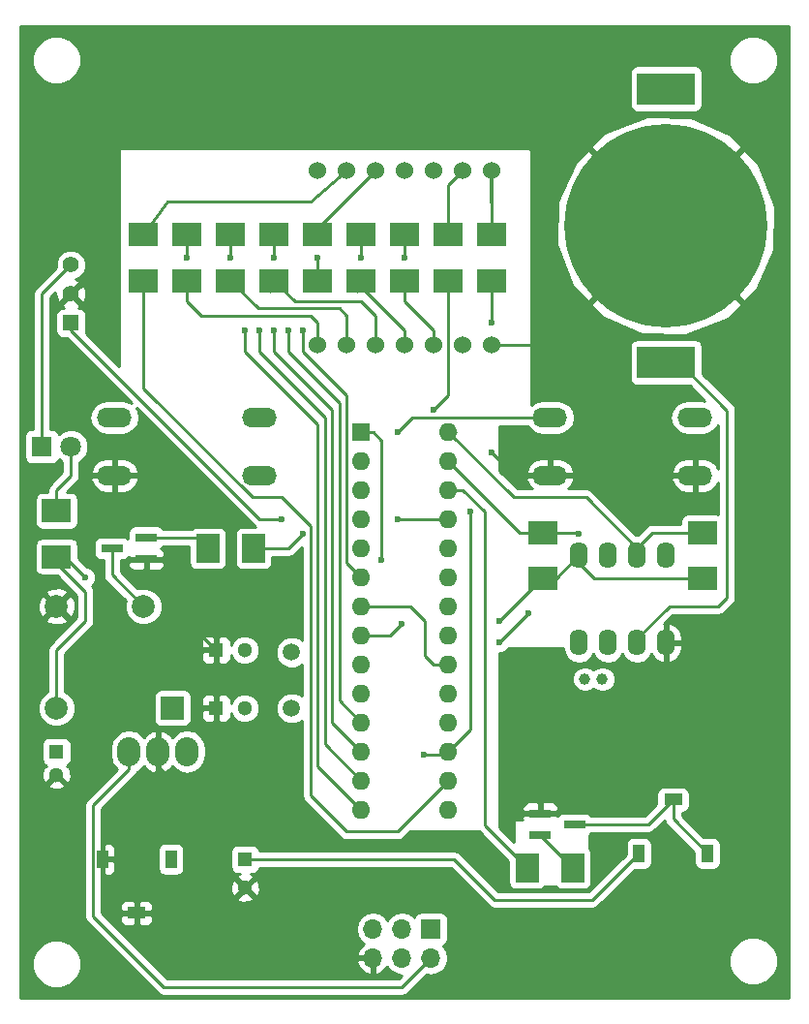
<source format=gbr>
G04 #@! TF.FileFunction,Copper,L2,Bot,Signal*
%FSLAX46Y46*%
G04 Gerber Fmt 4.6, Leading zero omitted, Abs format (unit mm)*
G04 Created by KiCad (PCBNEW 4.0.5) date Sat Feb  4 14:15:58 2017*
%MOMM*%
%LPD*%
G01*
G04 APERTURE LIST*
%ADD10C,0.100000*%
%ADD11O,3.048000X1.727200*%
%ADD12O,1.600000X2.300000*%
%ADD13C,1.300000*%
%ADD14R,1.300000X1.300000*%
%ADD15C,1.998980*%
%ADD16R,1.998980X1.998980*%
%ADD17R,1.900000X0.800000*%
%ADD18R,2.000000X2.500000*%
%ADD19R,2.500000X2.000000*%
%ADD20C,2.000000*%
%ADD21R,1.397000X1.397000*%
%ADD22C,1.397000*%
%ADD23O,2.032000X2.540000*%
%ADD24C,1.524000*%
%ADD25C,1.000760*%
%ADD26C,1.500000*%
%ADD27R,1.800000X1.800000*%
%ADD28C,1.800000*%
%ADD29R,1.600000X1.600000*%
%ADD30O,1.600000X1.600000*%
%ADD31R,1.700000X1.700000*%
%ADD32O,1.700000X1.700000*%
%ADD33R,1.000000X1.600000*%
%ADD34R,1.600000X1.000000*%
%ADD35R,5.080000X2.790000*%
%ADD36C,17.780000*%
%ADD37C,0.600000*%
%ADD38C,0.250000*%
%ADD39C,0.254000*%
G04 APERTURE END LIST*
D10*
D11*
X173990000Y-119380000D03*
X173990000Y-124460000D03*
X161290000Y-119380000D03*
X161290000Y-124460000D03*
D12*
X163830000Y-139065000D03*
X166370000Y-139065000D03*
X168910000Y-139065000D03*
X171450000Y-139065000D03*
X171450000Y-131445000D03*
X168910000Y-131445000D03*
X166370000Y-131445000D03*
X163830000Y-131445000D03*
D13*
X134620000Y-160488000D03*
D14*
X134620000Y-157988000D03*
X118110000Y-148590000D03*
D13*
X118110000Y-150590000D03*
D14*
X132080000Y-139700000D03*
D13*
X134580000Y-139700000D03*
D14*
X132080000Y-144780000D03*
D13*
X134580000Y-144780000D03*
D15*
X118110000Y-144782540D03*
D16*
X128270000Y-144782540D03*
D17*
X160425000Y-155890000D03*
X160425000Y-153990000D03*
X163425000Y-154940000D03*
X125960000Y-129860000D03*
X125960000Y-131760000D03*
X122960000Y-130810000D03*
D18*
X159290000Y-158750000D03*
X163290000Y-158750000D03*
X135350000Y-130810000D03*
X131350000Y-130810000D03*
D19*
X160655000Y-133445000D03*
X160655000Y-129445000D03*
X174625000Y-133445000D03*
X174625000Y-129445000D03*
X118110000Y-131540000D03*
X118110000Y-127540000D03*
X129540000Y-107410000D03*
X129540000Y-103410000D03*
X125730000Y-107410000D03*
X125730000Y-103410000D03*
X133350000Y-107410000D03*
X133350000Y-103410000D03*
X140970000Y-107410000D03*
X140970000Y-103410000D03*
X137160000Y-107410000D03*
X137160000Y-103410000D03*
X144780000Y-107410000D03*
X144780000Y-103410000D03*
X148590000Y-107410000D03*
X148590000Y-103410000D03*
X152400000Y-107410000D03*
X152400000Y-103410000D03*
X156210000Y-107410000D03*
X156210000Y-103410000D03*
D20*
X125719840Y-135890000D03*
X118120160Y-135890000D03*
D21*
X119380000Y-111125000D03*
D22*
X119380000Y-108585000D03*
X119380000Y-106045000D03*
D23*
X127000000Y-148590000D03*
X124460000Y-148590000D03*
X129540000Y-148590000D03*
D24*
X148590000Y-97790000D03*
X151130000Y-97790000D03*
X153670000Y-97790000D03*
X156210000Y-97790000D03*
X148590000Y-113030000D03*
X151130000Y-113030000D03*
X153670000Y-113030000D03*
X156210000Y-113030000D03*
X146050000Y-97790000D03*
X143510000Y-97790000D03*
X140970000Y-97790000D03*
X140970000Y-113030000D03*
X143510000Y-113030000D03*
X146050000Y-113030000D03*
D25*
X165849300Y-142240000D03*
X164350700Y-142240000D03*
D26*
X138684000Y-144780000D03*
X138684000Y-139900000D03*
D27*
X116840000Y-121920000D03*
D28*
X119380000Y-121920000D03*
D29*
X144780000Y-120650000D03*
D30*
X152400000Y-153670000D03*
X144780000Y-123190000D03*
X152400000Y-151130000D03*
X144780000Y-125730000D03*
X152400000Y-148590000D03*
X144780000Y-128270000D03*
X152400000Y-146050000D03*
X144780000Y-130810000D03*
X152400000Y-143510000D03*
X144780000Y-133350000D03*
X152400000Y-140970000D03*
X144780000Y-135890000D03*
X152400000Y-138430000D03*
X144780000Y-138430000D03*
X152400000Y-135890000D03*
X144780000Y-140970000D03*
X152400000Y-133350000D03*
X144780000Y-143510000D03*
X152400000Y-130810000D03*
X144780000Y-146050000D03*
X152400000Y-128270000D03*
X144780000Y-148590000D03*
X152400000Y-125730000D03*
X144780000Y-151130000D03*
X152400000Y-123190000D03*
X144780000Y-153670000D03*
X152400000Y-120650000D03*
D31*
X150876000Y-164084000D03*
D32*
X150876000Y-166624000D03*
X148336000Y-164084000D03*
X148336000Y-166624000D03*
X145796000Y-164084000D03*
X145796000Y-166624000D03*
D11*
X135890000Y-119380000D03*
X135890000Y-124460000D03*
X123190000Y-119380000D03*
X123190000Y-124460000D03*
D33*
X169059860Y-157480000D03*
X175059340Y-157480000D03*
D34*
X172059600Y-152781000D03*
D33*
X128120140Y-157988000D03*
X122120660Y-157988000D03*
D34*
X125120400Y-162687000D03*
D35*
X171450000Y-90646000D03*
X171450000Y-114586000D03*
D36*
X171450000Y-102616000D03*
D37*
X156210000Y-122428000D03*
X148336000Y-137414000D03*
X158435000Y-153990000D03*
X128270000Y-130810000D03*
X156845000Y-137160000D03*
X120650000Y-133350000D03*
X148590000Y-105410000D03*
X139700000Y-111760000D03*
X138430000Y-111760000D03*
X144780000Y-105410000D03*
X137160000Y-111760000D03*
X137160000Y-105410000D03*
X133350000Y-105410000D03*
X135890000Y-111760000D03*
X134620000Y-111760000D03*
X129540000Y-105410000D03*
X150251000Y-148844000D03*
X154305000Y-127635000D03*
X140970000Y-105410000D03*
X159385000Y-136525000D03*
X156845000Y-139065000D03*
X151130000Y-118745000D03*
X156210000Y-111125000D03*
X139700000Y-129540000D03*
X147955000Y-128270000D03*
X163830000Y-129540000D03*
X146558000Y-131826000D03*
X147955000Y-120650000D03*
X137795000Y-128270000D03*
D38*
X158242000Y-124460000D02*
X173990000Y-124460000D01*
X156210000Y-122428000D02*
X158242000Y-124460000D01*
X156210000Y-113030000D02*
X161036000Y-113030000D01*
X161036000Y-113030000D02*
X171450000Y-102616000D01*
X147320000Y-138430000D02*
X148336000Y-137414000D01*
X144780000Y-138430000D02*
X147320000Y-138430000D01*
X160425000Y-153990000D02*
X158435000Y-153990000D01*
X125960000Y-131760000D02*
X127320000Y-131760000D01*
X127320000Y-131760000D02*
X128270000Y-130810000D01*
X125960000Y-131760000D02*
X125960000Y-133580000D01*
X125960000Y-133580000D02*
X132080000Y-139700000D01*
X127000000Y-148590000D02*
X127000000Y-149860000D01*
X132080000Y-149860000D02*
X132080000Y-144780000D01*
X130810000Y-151130000D02*
X132080000Y-149860000D01*
X128270000Y-151130000D02*
X130810000Y-151130000D01*
X127000000Y-149860000D02*
X128270000Y-151130000D01*
X171450000Y-90646000D02*
X172595000Y-90646000D01*
X172595000Y-114586000D02*
X171450000Y-114586000D01*
X172595000Y-114586000D02*
X172627000Y-114554000D01*
X168910000Y-139065000D02*
X168910000Y-138715000D01*
X168910000Y-138715000D02*
X171735000Y-135890000D01*
X171735000Y-135890000D02*
X176022000Y-135890000D01*
X176022000Y-135890000D02*
X176784000Y-135128000D01*
X176784000Y-135128000D02*
X176784000Y-118775000D01*
X176784000Y-118775000D02*
X172595000Y-114586000D01*
X134620000Y-157988000D02*
X152908000Y-157988000D01*
X164995860Y-161544000D02*
X169059860Y-157480000D01*
X156464000Y-161544000D02*
X164995860Y-161544000D01*
X152908000Y-157988000D02*
X156464000Y-161544000D01*
X150876000Y-166624000D02*
X148336000Y-169164000D01*
X148336000Y-169164000D02*
X127508000Y-169164000D01*
X127508000Y-169164000D02*
X121315599Y-162971599D01*
X121315599Y-162971599D02*
X121315599Y-153254401D01*
X121315599Y-153254401D02*
X124460000Y-150110000D01*
X124460000Y-150110000D02*
X124460000Y-148590000D01*
X144780000Y-135890000D02*
X149098000Y-135890000D01*
X149098000Y-135890000D02*
X150368000Y-137160000D01*
X150368000Y-140208000D02*
X151130000Y-140970000D01*
X150368000Y-137160000D02*
X150368000Y-140208000D01*
X151130000Y-140970000D02*
X152400000Y-140970000D01*
X160655000Y-133445000D02*
X161830000Y-133445000D01*
X161830000Y-133445000D02*
X163830000Y-131445000D01*
X156845000Y-137160000D02*
X160560000Y-133445000D01*
X160560000Y-133445000D02*
X160655000Y-133445000D01*
X163830000Y-131445000D02*
X163830000Y-132080000D01*
X163830000Y-132080000D02*
X165195000Y-133445000D01*
X165195000Y-133445000D02*
X174625000Y-133445000D01*
X120650000Y-133350000D02*
X118840000Y-131540000D01*
X118840000Y-131540000D02*
X118110000Y-131540000D01*
X118110000Y-144782540D02*
X118110000Y-139700000D01*
X120650000Y-134620000D02*
X118110000Y-132080000D01*
X120650000Y-137160000D02*
X120650000Y-134620000D01*
X118110000Y-139700000D02*
X120650000Y-137160000D01*
X118110000Y-132080000D02*
X118110000Y-131540000D01*
X172059600Y-152781000D02*
X172059600Y-154480260D01*
X172059600Y-154480260D02*
X175059340Y-157480000D01*
X163425000Y-154940000D02*
X169900600Y-154940000D01*
X169900600Y-154940000D02*
X172059600Y-152781000D01*
X118110000Y-127540000D02*
X118110000Y-125730000D01*
X119380000Y-124460000D02*
X119380000Y-121920000D01*
X118110000Y-125730000D02*
X119380000Y-124460000D01*
X144780000Y-133350000D02*
X143510000Y-132080000D01*
X148590000Y-105410000D02*
X148590000Y-103410000D01*
X139700000Y-113665000D02*
X139700000Y-111760000D01*
X143510000Y-117475000D02*
X139700000Y-113665000D01*
X143510000Y-132080000D02*
X143510000Y-117475000D01*
X144780000Y-146050000D02*
X142875000Y-144145000D01*
X138430000Y-113665000D02*
X138430000Y-111760000D01*
X142875000Y-118110000D02*
X138430000Y-113665000D01*
X142875000Y-144145000D02*
X142875000Y-118110000D01*
X144780000Y-103410000D02*
X144780000Y-105410000D01*
X144780000Y-148590000D02*
X142240000Y-146050000D01*
X142240000Y-146050000D02*
X142240000Y-118745000D01*
X142240000Y-118745000D02*
X137160000Y-113665000D01*
X137160000Y-113665000D02*
X137160000Y-111760000D01*
X137160000Y-105410000D02*
X137160000Y-103410000D01*
X144780000Y-151130000D02*
X141605000Y-147955000D01*
X133350000Y-105410000D02*
X133350000Y-103410000D01*
X135890000Y-113665000D02*
X135890000Y-111760000D01*
X141605000Y-119380000D02*
X135890000Y-113665000D01*
X141605000Y-147955000D02*
X141605000Y-119380000D01*
X134620000Y-113665000D02*
X134620000Y-111760000D01*
X140970000Y-120015000D02*
X134620000Y-113665000D01*
X140970000Y-149860000D02*
X140970000Y-120015000D01*
X144780000Y-153670000D02*
X140970000Y-149860000D01*
X129540000Y-105410000D02*
X129540000Y-103410000D01*
X137795000Y-126365000D02*
X140335000Y-128905000D01*
X135255000Y-126365000D02*
X137795000Y-126365000D01*
X125730000Y-107410000D02*
X125730000Y-116840000D01*
X147955000Y-155575000D02*
X152400000Y-151130000D01*
X140335000Y-128905000D02*
X140335000Y-152400000D01*
X140335000Y-152400000D02*
X143510000Y-155575000D01*
X143510000Y-155575000D02*
X147955000Y-155575000D01*
X125730000Y-116840000D02*
X135255000Y-126365000D01*
X150251000Y-148844000D02*
X152146000Y-148844000D01*
X152146000Y-148844000D02*
X152400000Y-148590000D01*
X152400000Y-148590000D02*
X154305000Y-146685000D01*
X154305000Y-146685000D02*
X154305000Y-127635000D01*
X140970000Y-107410000D02*
X140970000Y-105410000D01*
X156845000Y-139065000D02*
X159385000Y-136525000D01*
X152400000Y-107410000D02*
X152400000Y-117475000D01*
X152400000Y-117475000D02*
X151130000Y-118745000D01*
X151765000Y-133350000D02*
X152400000Y-133350000D01*
X152400000Y-107410000D02*
X152400000Y-108254800D01*
X156210000Y-107410000D02*
X156210000Y-111125000D01*
X147955000Y-128270000D02*
X152400000Y-128270000D01*
X135350000Y-130810000D02*
X138430000Y-130810000D01*
X138430000Y-130810000D02*
X139700000Y-129540000D01*
X152400000Y-125730000D02*
X153670000Y-125730000D01*
X155575000Y-155035000D02*
X159290000Y-158750000D01*
X155575000Y-127635000D02*
X155575000Y-155035000D01*
X153670000Y-125730000D02*
X155575000Y-127635000D01*
X153035000Y-125730000D02*
X152400000Y-125730000D01*
X160655000Y-129445000D02*
X158655000Y-129445000D01*
X158655000Y-129445000D02*
X152400000Y-123190000D01*
X163830000Y-129540000D02*
X163735000Y-129445000D01*
X163735000Y-129445000D02*
X160655000Y-129445000D01*
X168910000Y-131445000D02*
X168910000Y-130810000D01*
X168910000Y-130810000D02*
X170275000Y-129445000D01*
X168910000Y-130810000D02*
X164465000Y-126365000D01*
X170275000Y-129445000D02*
X174625000Y-129445000D01*
X158115000Y-126365000D02*
X152400000Y-120650000D01*
X164465000Y-126365000D02*
X158115000Y-126365000D01*
X152400000Y-120650000D02*
X153035000Y-120650000D01*
X160425000Y-155890000D02*
X160430000Y-155890000D01*
X160430000Y-155890000D02*
X163290000Y-158750000D01*
X125960000Y-129860000D02*
X130400000Y-129860000D01*
X130400000Y-129860000D02*
X131350000Y-130810000D01*
X122960000Y-130810000D02*
X122960000Y-133130160D01*
X122960000Y-133130160D02*
X125719840Y-135890000D01*
X123200160Y-130569840D02*
X122960000Y-130810000D01*
X140970000Y-113030000D02*
X140970000Y-111125000D01*
X129540000Y-109220000D02*
X129540000Y-107410000D01*
X130810000Y-110490000D02*
X129540000Y-109220000D01*
X140335000Y-110490000D02*
X130810000Y-110490000D01*
X140970000Y-111125000D02*
X140335000Y-110490000D01*
X143510000Y-97790000D02*
X143510000Y-97828100D01*
X143510000Y-97828100D02*
X140360400Y-100482400D01*
X140360400Y-100482400D02*
X127844800Y-100482400D01*
X127844800Y-100482400D02*
X125730000Y-103410000D01*
X143510000Y-113030000D02*
X143510000Y-110490000D01*
X135795000Y-109855000D02*
X133350000Y-107410000D01*
X142875000Y-109855000D02*
X135795000Y-109855000D01*
X143510000Y-110490000D02*
X142875000Y-109855000D01*
X143510000Y-113030000D02*
X143510000Y-112636300D01*
X140970000Y-103410000D02*
X140970000Y-102870000D01*
X140970000Y-102870000D02*
X146050000Y-97790000D01*
X146050000Y-113030000D02*
X146050000Y-110490000D01*
X138970000Y-109220000D02*
X137160000Y-107410000D01*
X144780000Y-109220000D02*
X138970000Y-109220000D01*
X146050000Y-110490000D02*
X144780000Y-109220000D01*
X146050000Y-113030000D02*
X146050000Y-112433100D01*
X136804400Y-108356400D02*
X137160000Y-107410000D01*
X148590000Y-113030000D02*
X148590000Y-111760000D01*
X148590000Y-111760000D02*
X144780000Y-107950000D01*
X144780000Y-107950000D02*
X144780000Y-107410000D01*
X148590000Y-113030000D02*
X148590000Y-112839500D01*
X144424400Y-108356400D02*
X144780000Y-107410000D01*
X148590000Y-107410000D02*
X148590000Y-109220000D01*
X151130000Y-111760000D02*
X151130000Y-113030000D01*
X148590000Y-109220000D02*
X151130000Y-111760000D01*
X151130000Y-113030000D02*
X151130000Y-112331500D01*
X151130000Y-113030000D02*
X151130000Y-112509300D01*
X152400000Y-103410000D02*
X152400000Y-99060000D01*
X152400000Y-99060000D02*
X153670000Y-97790000D01*
X152400000Y-103410000D02*
X152400000Y-102768400D01*
X156210000Y-103410000D02*
X156210000Y-97790000D01*
X156210000Y-103410000D02*
X156095700Y-97904300D01*
X156095700Y-97904300D02*
X156210000Y-97790000D01*
X156210000Y-97790000D02*
X156654500Y-97790000D01*
X146558000Y-131826000D02*
X146558000Y-121378000D01*
X146558000Y-121378000D02*
X145830000Y-120650000D01*
X145830000Y-120650000D02*
X144780000Y-120650000D01*
X119380000Y-106045000D02*
X116840000Y-108585000D01*
X116840000Y-121920000D02*
X116840000Y-108585000D01*
X149225000Y-119380000D02*
X147955000Y-120650000D01*
X149225000Y-119380000D02*
X161290000Y-119380000D01*
X135890000Y-128270000D02*
X137795000Y-128270000D01*
X119380000Y-111125000D02*
X119380000Y-111760000D01*
X119380000Y-111760000D02*
X135890000Y-128270000D01*
D39*
G36*
X182195000Y-170130000D02*
X114985000Y-170130000D01*
X114985000Y-167554815D01*
X115974630Y-167554815D01*
X116298980Y-168339800D01*
X116899041Y-168940909D01*
X117683459Y-169266628D01*
X118532815Y-169267370D01*
X119317800Y-168943020D01*
X119918909Y-168342959D01*
X120244628Y-167558541D01*
X120245370Y-166709185D01*
X119921020Y-165924200D01*
X119320959Y-165323091D01*
X118536541Y-164997372D01*
X117687185Y-164996630D01*
X116902200Y-165320980D01*
X116301091Y-165921041D01*
X115975372Y-166705459D01*
X115974630Y-167554815D01*
X114985000Y-167554815D01*
X114985000Y-153254401D01*
X120555599Y-153254401D01*
X120555599Y-162971599D01*
X120613451Y-163262438D01*
X120778198Y-163509000D01*
X126970599Y-169701401D01*
X127217160Y-169866148D01*
X127265414Y-169875746D01*
X127508000Y-169924000D01*
X148336000Y-169924000D01*
X148626839Y-169866148D01*
X148873401Y-169701401D01*
X150509592Y-168065210D01*
X150876000Y-168138093D01*
X151444285Y-168025054D01*
X151926054Y-167703147D01*
X152194883Y-167300815D01*
X176934630Y-167300815D01*
X177258980Y-168085800D01*
X177859041Y-168686909D01*
X178643459Y-169012628D01*
X179492815Y-169013370D01*
X180277800Y-168689020D01*
X180878909Y-168088959D01*
X181204628Y-167304541D01*
X181205370Y-166455185D01*
X180881020Y-165670200D01*
X180280959Y-165069091D01*
X179496541Y-164743372D01*
X178647185Y-164742630D01*
X177862200Y-165066980D01*
X177261091Y-165667041D01*
X176935372Y-166451459D01*
X176934630Y-167300815D01*
X152194883Y-167300815D01*
X152247961Y-167221378D01*
X152361000Y-166653093D01*
X152361000Y-166594907D01*
X152247961Y-166026622D01*
X151926054Y-165544853D01*
X151924821Y-165544029D01*
X151961317Y-165537162D01*
X152177441Y-165398090D01*
X152322431Y-165185890D01*
X152373440Y-164934000D01*
X152373440Y-163234000D01*
X152329162Y-162998683D01*
X152190090Y-162782559D01*
X151977890Y-162637569D01*
X151726000Y-162586560D01*
X150026000Y-162586560D01*
X149790683Y-162630838D01*
X149574559Y-162769910D01*
X149429569Y-162982110D01*
X149415914Y-163049541D01*
X149386054Y-163004853D01*
X148904285Y-162682946D01*
X148336000Y-162569907D01*
X147767715Y-162682946D01*
X147285946Y-163004853D01*
X147066000Y-163334026D01*
X146846054Y-163004853D01*
X146364285Y-162682946D01*
X145796000Y-162569907D01*
X145227715Y-162682946D01*
X144745946Y-163004853D01*
X144424039Y-163486622D01*
X144311000Y-164054907D01*
X144311000Y-164113093D01*
X144424039Y-164681378D01*
X144745946Y-165163147D01*
X145029101Y-165352345D01*
X145029076Y-165352355D01*
X144600817Y-165742642D01*
X144354514Y-166267108D01*
X144475181Y-166497000D01*
X145669000Y-166497000D01*
X145669000Y-166477000D01*
X145923000Y-166477000D01*
X145923000Y-166497000D01*
X145943000Y-166497000D01*
X145943000Y-166751000D01*
X145923000Y-166751000D01*
X145923000Y-167944155D01*
X146152890Y-168065476D01*
X146562924Y-167895645D01*
X146991183Y-167505358D01*
X147058298Y-167362447D01*
X147285946Y-167703147D01*
X147767715Y-168025054D01*
X148295217Y-168129981D01*
X148021198Y-168404000D01*
X127822802Y-168404000D01*
X126399694Y-166980892D01*
X144354514Y-166980892D01*
X144600817Y-167505358D01*
X145029076Y-167895645D01*
X145439110Y-168065476D01*
X145669000Y-167944155D01*
X145669000Y-166751000D01*
X144475181Y-166751000D01*
X144354514Y-166980892D01*
X126399694Y-166980892D01*
X122391552Y-162972750D01*
X123685400Y-162972750D01*
X123685400Y-163313310D01*
X123782073Y-163546699D01*
X123960702Y-163725327D01*
X124194091Y-163822000D01*
X124834650Y-163822000D01*
X124993400Y-163663250D01*
X124993400Y-162814000D01*
X125247400Y-162814000D01*
X125247400Y-163663250D01*
X125406150Y-163822000D01*
X126046709Y-163822000D01*
X126280098Y-163725327D01*
X126458727Y-163546699D01*
X126555400Y-163313310D01*
X126555400Y-162972750D01*
X126396650Y-162814000D01*
X125247400Y-162814000D01*
X124993400Y-162814000D01*
X123844150Y-162814000D01*
X123685400Y-162972750D01*
X122391552Y-162972750D01*
X122075599Y-162656797D01*
X122075599Y-162060690D01*
X123685400Y-162060690D01*
X123685400Y-162401250D01*
X123844150Y-162560000D01*
X124993400Y-162560000D01*
X124993400Y-161710750D01*
X125247400Y-161710750D01*
X125247400Y-162560000D01*
X126396650Y-162560000D01*
X126555400Y-162401250D01*
X126555400Y-162060690D01*
X126458727Y-161827301D01*
X126280098Y-161648673D01*
X126046709Y-161552000D01*
X125406150Y-161552000D01*
X125247400Y-161710750D01*
X124993400Y-161710750D01*
X124834650Y-161552000D01*
X124194091Y-161552000D01*
X123960702Y-161648673D01*
X123782073Y-161827301D01*
X123685400Y-162060690D01*
X122075599Y-162060690D01*
X122075599Y-161387016D01*
X133900590Y-161387016D01*
X133956271Y-161617611D01*
X134439078Y-161785622D01*
X134949428Y-161756083D01*
X135283729Y-161617611D01*
X135339410Y-161387016D01*
X134620000Y-160667605D01*
X133900590Y-161387016D01*
X122075599Y-161387016D01*
X122075599Y-160307078D01*
X133322378Y-160307078D01*
X133351917Y-160817428D01*
X133490389Y-161151729D01*
X133720984Y-161207410D01*
X134440395Y-160488000D01*
X134799605Y-160488000D01*
X135519016Y-161207410D01*
X135749611Y-161151729D01*
X135917622Y-160668922D01*
X135888083Y-160158572D01*
X135749611Y-159824271D01*
X135519016Y-159768590D01*
X134799605Y-160488000D01*
X134440395Y-160488000D01*
X133720984Y-159768590D01*
X133490389Y-159824271D01*
X133322378Y-160307078D01*
X122075599Y-160307078D01*
X122075599Y-158115000D01*
X122247660Y-158115000D01*
X122247660Y-159264250D01*
X122406410Y-159423000D01*
X122746969Y-159423000D01*
X122980358Y-159326327D01*
X123158987Y-159147699D01*
X123255660Y-158914310D01*
X123255660Y-158273750D01*
X123096910Y-158115000D01*
X122247660Y-158115000D01*
X122075599Y-158115000D01*
X122075599Y-156711750D01*
X122247660Y-156711750D01*
X122247660Y-157861000D01*
X123096910Y-157861000D01*
X123255660Y-157702250D01*
X123255660Y-157188000D01*
X126972700Y-157188000D01*
X126972700Y-158788000D01*
X127016978Y-159023317D01*
X127156050Y-159239441D01*
X127368250Y-159384431D01*
X127620140Y-159435440D01*
X128620140Y-159435440D01*
X128855457Y-159391162D01*
X129071581Y-159252090D01*
X129216571Y-159039890D01*
X129267580Y-158788000D01*
X129267580Y-157338000D01*
X133322560Y-157338000D01*
X133322560Y-158638000D01*
X133366838Y-158873317D01*
X133505910Y-159089441D01*
X133718110Y-159234431D01*
X133970000Y-159285440D01*
X134132385Y-159285440D01*
X133956271Y-159358389D01*
X133900590Y-159588984D01*
X134620000Y-160308395D01*
X135339410Y-159588984D01*
X135283729Y-159358389D01*
X135074098Y-159285440D01*
X135270000Y-159285440D01*
X135505317Y-159241162D01*
X135721441Y-159102090D01*
X135866431Y-158889890D01*
X135895164Y-158748000D01*
X152593198Y-158748000D01*
X155926599Y-162081401D01*
X156173160Y-162246148D01*
X156221414Y-162255746D01*
X156464000Y-162304000D01*
X164995860Y-162304000D01*
X165286699Y-162246148D01*
X165533261Y-162081401D01*
X168687222Y-158927440D01*
X169559860Y-158927440D01*
X169795177Y-158883162D01*
X170011301Y-158744090D01*
X170156291Y-158531890D01*
X170207300Y-158280000D01*
X170207300Y-156680000D01*
X170163022Y-156444683D01*
X170023950Y-156228559D01*
X169811750Y-156083569D01*
X169559860Y-156032560D01*
X168559860Y-156032560D01*
X168324543Y-156076838D01*
X168108419Y-156215910D01*
X167963429Y-156428110D01*
X167912420Y-156680000D01*
X167912420Y-157552638D01*
X164681058Y-160784000D01*
X156778802Y-160784000D01*
X153445401Y-157450599D01*
X153198839Y-157285852D01*
X152908000Y-157228000D01*
X135896742Y-157228000D01*
X135873162Y-157102683D01*
X135734090Y-156886559D01*
X135521890Y-156741569D01*
X135270000Y-156690560D01*
X133970000Y-156690560D01*
X133734683Y-156734838D01*
X133518559Y-156873910D01*
X133373569Y-157086110D01*
X133322560Y-157338000D01*
X129267580Y-157338000D01*
X129267580Y-157188000D01*
X129223302Y-156952683D01*
X129084230Y-156736559D01*
X128872030Y-156591569D01*
X128620140Y-156540560D01*
X127620140Y-156540560D01*
X127384823Y-156584838D01*
X127168699Y-156723910D01*
X127023709Y-156936110D01*
X126972700Y-157188000D01*
X123255660Y-157188000D01*
X123255660Y-157061690D01*
X123158987Y-156828301D01*
X122980358Y-156649673D01*
X122746969Y-156553000D01*
X122406410Y-156553000D01*
X122247660Y-156711750D01*
X122075599Y-156711750D01*
X122075599Y-153569203D01*
X124997401Y-150647401D01*
X125162148Y-150400839D01*
X125171597Y-150353334D01*
X125627433Y-150048754D01*
X125744054Y-149874219D01*
X125922370Y-150101236D01*
X126485523Y-150417926D01*
X126617056Y-150449975D01*
X126873000Y-150330836D01*
X126873000Y-148717000D01*
X126853000Y-148717000D01*
X126853000Y-148463000D01*
X126873000Y-148463000D01*
X126873000Y-146849164D01*
X127127000Y-146849164D01*
X127127000Y-148463000D01*
X127147000Y-148463000D01*
X127147000Y-148717000D01*
X127127000Y-148717000D01*
X127127000Y-150330836D01*
X127382944Y-150449975D01*
X127514477Y-150417926D01*
X128077630Y-150101236D01*
X128255946Y-149874219D01*
X128372567Y-150048754D01*
X128908190Y-150406646D01*
X129540000Y-150532321D01*
X130171810Y-150406646D01*
X130707433Y-150048754D01*
X131065325Y-149513131D01*
X131191000Y-148881321D01*
X131191000Y-148298679D01*
X131065325Y-147666869D01*
X130707433Y-147131246D01*
X130171810Y-146773354D01*
X129540000Y-146647679D01*
X128908190Y-146773354D01*
X128372567Y-147131246D01*
X128255946Y-147305781D01*
X128077630Y-147078764D01*
X127514477Y-146762074D01*
X127382944Y-146730025D01*
X127127000Y-146849164D01*
X126873000Y-146849164D01*
X126617056Y-146730025D01*
X126485523Y-146762074D01*
X125922370Y-147078764D01*
X125744054Y-147305781D01*
X125627433Y-147131246D01*
X125091810Y-146773354D01*
X124460000Y-146647679D01*
X123828190Y-146773354D01*
X123292567Y-147131246D01*
X122934675Y-147666869D01*
X122809000Y-148298679D01*
X122809000Y-148881321D01*
X122934675Y-149513131D01*
X123292567Y-150048754D01*
X123384810Y-150110388D01*
X120778198Y-152717000D01*
X120613451Y-152963562D01*
X120555599Y-153254401D01*
X114985000Y-153254401D01*
X114985000Y-151489016D01*
X117390590Y-151489016D01*
X117446271Y-151719611D01*
X117929078Y-151887622D01*
X118439428Y-151858083D01*
X118773729Y-151719611D01*
X118829410Y-151489016D01*
X118110000Y-150769605D01*
X117390590Y-151489016D01*
X114985000Y-151489016D01*
X114985000Y-150409078D01*
X116812378Y-150409078D01*
X116841917Y-150919428D01*
X116980389Y-151253729D01*
X117210984Y-151309410D01*
X117930395Y-150590000D01*
X117916252Y-150575858D01*
X118095858Y-150396252D01*
X118110000Y-150410395D01*
X118124142Y-150396252D01*
X118303748Y-150575858D01*
X118289605Y-150590000D01*
X119009016Y-151309410D01*
X119239611Y-151253729D01*
X119407622Y-150770922D01*
X119378083Y-150260572D01*
X119239611Y-149926271D01*
X119009018Y-149870590D01*
X119110680Y-149768928D01*
X119211441Y-149704090D01*
X119356431Y-149491890D01*
X119407440Y-149240000D01*
X119407440Y-147940000D01*
X119363162Y-147704683D01*
X119224090Y-147488559D01*
X119011890Y-147343569D01*
X118760000Y-147292560D01*
X117460000Y-147292560D01*
X117224683Y-147336838D01*
X117008559Y-147475910D01*
X116863569Y-147688110D01*
X116812560Y-147940000D01*
X116812560Y-149240000D01*
X116856838Y-149475317D01*
X116995910Y-149691441D01*
X117109329Y-149768937D01*
X117210982Y-149870590D01*
X116980389Y-149926271D01*
X116812378Y-150409078D01*
X114985000Y-150409078D01*
X114985000Y-137042532D01*
X117147233Y-137042532D01*
X117245896Y-137309387D01*
X117855621Y-137535908D01*
X118505620Y-137511856D01*
X118994424Y-137309387D01*
X119093087Y-137042532D01*
X118120160Y-136069605D01*
X117147233Y-137042532D01*
X114985000Y-137042532D01*
X114985000Y-135625461D01*
X116474252Y-135625461D01*
X116498304Y-136275460D01*
X116700773Y-136764264D01*
X116967628Y-136862927D01*
X117940555Y-135890000D01*
X118299765Y-135890000D01*
X119272692Y-136862927D01*
X119539547Y-136764264D01*
X119766068Y-136154539D01*
X119742016Y-135504540D01*
X119539547Y-135015736D01*
X119272692Y-134917073D01*
X118299765Y-135890000D01*
X117940555Y-135890000D01*
X116967628Y-134917073D01*
X116700773Y-135015736D01*
X116474252Y-135625461D01*
X114985000Y-135625461D01*
X114985000Y-134737468D01*
X117147233Y-134737468D01*
X118120160Y-135710395D01*
X119093087Y-134737468D01*
X118994424Y-134470613D01*
X118384699Y-134244092D01*
X117734700Y-134268144D01*
X117245896Y-134470613D01*
X117147233Y-134737468D01*
X114985000Y-134737468D01*
X114985000Y-130540000D01*
X116212560Y-130540000D01*
X116212560Y-132540000D01*
X116256838Y-132775317D01*
X116395910Y-132991441D01*
X116608110Y-133136431D01*
X116860000Y-133187440D01*
X118142638Y-133187440D01*
X119890000Y-134934802D01*
X119890000Y-136845198D01*
X117572599Y-139162599D01*
X117407852Y-139409161D01*
X117350000Y-139700000D01*
X117350000Y-143328044D01*
X117185345Y-143396078D01*
X116725154Y-143855467D01*
X116475794Y-144455993D01*
X116475226Y-145106234D01*
X116723538Y-145707195D01*
X117182927Y-146167386D01*
X117783453Y-146416746D01*
X118433694Y-146417314D01*
X119034655Y-146169002D01*
X119494846Y-145709613D01*
X119744206Y-145109087D01*
X119744774Y-144458846D01*
X119496462Y-143857885D01*
X119421758Y-143783050D01*
X126623070Y-143783050D01*
X126623070Y-145782030D01*
X126667348Y-146017347D01*
X126806420Y-146233471D01*
X127018620Y-146378461D01*
X127270510Y-146429470D01*
X129269490Y-146429470D01*
X129504807Y-146385192D01*
X129720931Y-146246120D01*
X129865921Y-146033920D01*
X129916930Y-145782030D01*
X129916930Y-145065750D01*
X130795000Y-145065750D01*
X130795000Y-145556310D01*
X130891673Y-145789699D01*
X131070302Y-145968327D01*
X131303691Y-146065000D01*
X131794250Y-146065000D01*
X131953000Y-145906250D01*
X131953000Y-144907000D01*
X130953750Y-144907000D01*
X130795000Y-145065750D01*
X129916930Y-145065750D01*
X129916930Y-144003690D01*
X130795000Y-144003690D01*
X130795000Y-144494250D01*
X130953750Y-144653000D01*
X131953000Y-144653000D01*
X131953000Y-143653750D01*
X132207000Y-143653750D01*
X132207000Y-144653000D01*
X132227000Y-144653000D01*
X132227000Y-144907000D01*
X132207000Y-144907000D01*
X132207000Y-145906250D01*
X132365750Y-146065000D01*
X132856309Y-146065000D01*
X133089698Y-145968327D01*
X133268327Y-145789699D01*
X133365000Y-145556310D01*
X133365000Y-145204433D01*
X133489995Y-145506943D01*
X133851155Y-145868735D01*
X134323276Y-146064777D01*
X134834481Y-146065223D01*
X135306943Y-145870005D01*
X135668735Y-145508845D01*
X135864777Y-145036724D01*
X135865223Y-144525519D01*
X135670005Y-144053057D01*
X135308845Y-143691265D01*
X134836724Y-143495223D01*
X134325519Y-143494777D01*
X133853057Y-143689995D01*
X133491265Y-144051155D01*
X133365000Y-144355235D01*
X133365000Y-144003690D01*
X133268327Y-143770301D01*
X133089698Y-143591673D01*
X132856309Y-143495000D01*
X132365750Y-143495000D01*
X132207000Y-143653750D01*
X131953000Y-143653750D01*
X131794250Y-143495000D01*
X131303691Y-143495000D01*
X131070302Y-143591673D01*
X130891673Y-143770301D01*
X130795000Y-144003690D01*
X129916930Y-144003690D01*
X129916930Y-143783050D01*
X129872652Y-143547733D01*
X129733580Y-143331609D01*
X129521380Y-143186619D01*
X129269490Y-143135610D01*
X127270510Y-143135610D01*
X127035193Y-143179888D01*
X126819069Y-143318960D01*
X126674079Y-143531160D01*
X126623070Y-143783050D01*
X119421758Y-143783050D01*
X119037073Y-143397694D01*
X118870000Y-143328319D01*
X118870000Y-140014802D01*
X118899052Y-139985750D01*
X130795000Y-139985750D01*
X130795000Y-140476310D01*
X130891673Y-140709699D01*
X131070302Y-140888327D01*
X131303691Y-140985000D01*
X131794250Y-140985000D01*
X131953000Y-140826250D01*
X131953000Y-139827000D01*
X130953750Y-139827000D01*
X130795000Y-139985750D01*
X118899052Y-139985750D01*
X119961112Y-138923690D01*
X130795000Y-138923690D01*
X130795000Y-139414250D01*
X130953750Y-139573000D01*
X131953000Y-139573000D01*
X131953000Y-138573750D01*
X132207000Y-138573750D01*
X132207000Y-139573000D01*
X132227000Y-139573000D01*
X132227000Y-139827000D01*
X132207000Y-139827000D01*
X132207000Y-140826250D01*
X132365750Y-140985000D01*
X132856309Y-140985000D01*
X133089698Y-140888327D01*
X133268327Y-140709699D01*
X133365000Y-140476310D01*
X133365000Y-140124433D01*
X133489995Y-140426943D01*
X133851155Y-140788735D01*
X134323276Y-140984777D01*
X134834481Y-140985223D01*
X135306943Y-140790005D01*
X135668735Y-140428845D01*
X135864777Y-139956724D01*
X135865223Y-139445519D01*
X135670005Y-138973057D01*
X135308845Y-138611265D01*
X134836724Y-138415223D01*
X134325519Y-138414777D01*
X133853057Y-138609995D01*
X133491265Y-138971155D01*
X133365000Y-139275235D01*
X133365000Y-138923690D01*
X133268327Y-138690301D01*
X133089698Y-138511673D01*
X132856309Y-138415000D01*
X132365750Y-138415000D01*
X132207000Y-138573750D01*
X131953000Y-138573750D01*
X131794250Y-138415000D01*
X131303691Y-138415000D01*
X131070302Y-138511673D01*
X130891673Y-138690301D01*
X130795000Y-138923690D01*
X119961112Y-138923690D01*
X121187401Y-137697401D01*
X121352148Y-137450840D01*
X121372843Y-137346799D01*
X121410000Y-137160000D01*
X121410000Y-134620000D01*
X121352148Y-134329161D01*
X121352148Y-134329160D01*
X121208274Y-134113837D01*
X121442192Y-133880327D01*
X121584838Y-133536799D01*
X121585162Y-133164833D01*
X121443117Y-132821057D01*
X121180327Y-132557808D01*
X120836799Y-132415162D01*
X120789923Y-132415121D01*
X120007440Y-131632638D01*
X120007440Y-130540000D01*
X119982979Y-130410000D01*
X121362560Y-130410000D01*
X121362560Y-131210000D01*
X121406838Y-131445317D01*
X121545910Y-131661441D01*
X121758110Y-131806431D01*
X122010000Y-131857440D01*
X122200000Y-131857440D01*
X122200000Y-133130160D01*
X122257852Y-133420999D01*
X122422599Y-133667561D01*
X124153565Y-135398527D01*
X124085124Y-135563352D01*
X124084556Y-136213795D01*
X124332946Y-136814943D01*
X124792477Y-137275278D01*
X125393192Y-137524716D01*
X126043635Y-137525284D01*
X126644783Y-137276894D01*
X127105118Y-136817363D01*
X127354556Y-136216648D01*
X127355124Y-135566205D01*
X127106734Y-134965057D01*
X126647203Y-134504722D01*
X126046488Y-134255284D01*
X125396045Y-134254716D01*
X125228561Y-134323919D01*
X123720000Y-132815358D01*
X123720000Y-132045750D01*
X124375000Y-132045750D01*
X124375000Y-132286310D01*
X124471673Y-132519699D01*
X124650302Y-132698327D01*
X124883691Y-132795000D01*
X125674250Y-132795000D01*
X125833000Y-132636250D01*
X125833000Y-131887000D01*
X126087000Y-131887000D01*
X126087000Y-132636250D01*
X126245750Y-132795000D01*
X127036309Y-132795000D01*
X127269698Y-132698327D01*
X127448327Y-132519699D01*
X127545000Y-132286310D01*
X127545000Y-132045750D01*
X127386250Y-131887000D01*
X126087000Y-131887000D01*
X125833000Y-131887000D01*
X124533750Y-131887000D01*
X124375000Y-132045750D01*
X123720000Y-132045750D01*
X123720000Y-131857440D01*
X123910000Y-131857440D01*
X124145317Y-131813162D01*
X124361441Y-131674090D01*
X124448064Y-131547314D01*
X124533750Y-131633000D01*
X125833000Y-131633000D01*
X125833000Y-131613000D01*
X126087000Y-131613000D01*
X126087000Y-131633000D01*
X127386250Y-131633000D01*
X127545000Y-131474250D01*
X127545000Y-131233690D01*
X127448327Y-131000301D01*
X127269698Y-130821673D01*
X127233253Y-130806577D01*
X127361441Y-130724090D01*
X127432563Y-130620000D01*
X129702560Y-130620000D01*
X129702560Y-132060000D01*
X129746838Y-132295317D01*
X129885910Y-132511441D01*
X130098110Y-132656431D01*
X130350000Y-132707440D01*
X132350000Y-132707440D01*
X132585317Y-132663162D01*
X132801441Y-132524090D01*
X132946431Y-132311890D01*
X132997440Y-132060000D01*
X132997440Y-129560000D01*
X132953162Y-129324683D01*
X132814090Y-129108559D01*
X132601890Y-128963569D01*
X132350000Y-128912560D01*
X130350000Y-128912560D01*
X130114683Y-128956838D01*
X129898559Y-129095910D01*
X129895764Y-129100000D01*
X127432931Y-129100000D01*
X127374090Y-129008559D01*
X127161890Y-128863569D01*
X126910000Y-128812560D01*
X125010000Y-128812560D01*
X124774683Y-128856838D01*
X124558559Y-128995910D01*
X124413569Y-129208110D01*
X124362560Y-129460000D01*
X124362560Y-129950681D01*
X124161890Y-129813569D01*
X123910000Y-129762560D01*
X122010000Y-129762560D01*
X121774683Y-129806838D01*
X121558559Y-129945910D01*
X121413569Y-130158110D01*
X121362560Y-130410000D01*
X119982979Y-130410000D01*
X119963162Y-130304683D01*
X119824090Y-130088559D01*
X119611890Y-129943569D01*
X119360000Y-129892560D01*
X116860000Y-129892560D01*
X116624683Y-129936838D01*
X116408559Y-130075910D01*
X116263569Y-130288110D01*
X116212560Y-130540000D01*
X114985000Y-130540000D01*
X114985000Y-121020000D01*
X115292560Y-121020000D01*
X115292560Y-122820000D01*
X115336838Y-123055317D01*
X115475910Y-123271441D01*
X115688110Y-123416431D01*
X115940000Y-123467440D01*
X117740000Y-123467440D01*
X117975317Y-123423162D01*
X118191441Y-123284090D01*
X118336431Y-123071890D01*
X118340567Y-123051466D01*
X118509357Y-123220551D01*
X118620000Y-123266494D01*
X118620000Y-124145198D01*
X117572599Y-125192599D01*
X117407852Y-125439161D01*
X117350000Y-125730000D01*
X117350000Y-125892560D01*
X116860000Y-125892560D01*
X116624683Y-125936838D01*
X116408559Y-126075910D01*
X116263569Y-126288110D01*
X116212560Y-126540000D01*
X116212560Y-128540000D01*
X116256838Y-128775317D01*
X116395910Y-128991441D01*
X116608110Y-129136431D01*
X116860000Y-129187440D01*
X119360000Y-129187440D01*
X119595317Y-129143162D01*
X119811441Y-129004090D01*
X119956431Y-128791890D01*
X120007440Y-128540000D01*
X120007440Y-126540000D01*
X119963162Y-126304683D01*
X119824090Y-126088559D01*
X119611890Y-125943569D01*
X119360000Y-125892560D01*
X119022242Y-125892560D01*
X119917401Y-124997401D01*
X120036587Y-124819026D01*
X121074642Y-124819026D01*
X121096473Y-124916157D01*
X121380127Y-125429868D01*
X121838778Y-125795925D01*
X122402600Y-125958600D01*
X123063000Y-125958600D01*
X123063000Y-124587000D01*
X123317000Y-124587000D01*
X123317000Y-125958600D01*
X123977400Y-125958600D01*
X124541222Y-125795925D01*
X124999873Y-125429868D01*
X125283527Y-124916157D01*
X125305358Y-124819026D01*
X125184217Y-124587000D01*
X123317000Y-124587000D01*
X123063000Y-124587000D01*
X121195783Y-124587000D01*
X121074642Y-124819026D01*
X120036587Y-124819026D01*
X120082148Y-124750840D01*
X120140000Y-124460000D01*
X120140000Y-124100974D01*
X121074642Y-124100974D01*
X121195783Y-124333000D01*
X123063000Y-124333000D01*
X123063000Y-122961400D01*
X123317000Y-122961400D01*
X123317000Y-124333000D01*
X125184217Y-124333000D01*
X125305358Y-124100974D01*
X125283527Y-124003843D01*
X124999873Y-123490132D01*
X124541222Y-123124075D01*
X123977400Y-122961400D01*
X123317000Y-122961400D01*
X123063000Y-122961400D01*
X122402600Y-122961400D01*
X121838778Y-123124075D01*
X121380127Y-123490132D01*
X121096473Y-124003843D01*
X121074642Y-124100974D01*
X120140000Y-124100974D01*
X120140000Y-123266846D01*
X120248371Y-123222068D01*
X120680551Y-122790643D01*
X120914733Y-122226670D01*
X120915265Y-121616009D01*
X120682068Y-121051629D01*
X120250643Y-120619449D01*
X119686670Y-120385267D01*
X119076009Y-120384735D01*
X118511629Y-120617932D01*
X118343387Y-120785880D01*
X118343162Y-120784683D01*
X118204090Y-120568559D01*
X117991890Y-120423569D01*
X117740000Y-120372560D01*
X117600000Y-120372560D01*
X117600000Y-110426500D01*
X118034060Y-110426500D01*
X118034060Y-111823500D01*
X118078338Y-112058817D01*
X118217410Y-112274941D01*
X118429610Y-112419931D01*
X118681500Y-112470940D01*
X119016138Y-112470940D01*
X124690663Y-118145465D01*
X124466186Y-117995474D01*
X123892697Y-117881400D01*
X122487303Y-117881400D01*
X121913814Y-117995474D01*
X121427633Y-118320330D01*
X121102777Y-118806511D01*
X120988703Y-119380000D01*
X121102777Y-119953489D01*
X121427633Y-120439670D01*
X121913814Y-120764526D01*
X122487303Y-120878600D01*
X123892697Y-120878600D01*
X124466186Y-120764526D01*
X124952367Y-120439670D01*
X125277223Y-119953489D01*
X125391297Y-119380000D01*
X125277223Y-118806511D01*
X125127232Y-118582034D01*
X135352599Y-128807401D01*
X135509981Y-128912560D01*
X134350000Y-128912560D01*
X134114683Y-128956838D01*
X133898559Y-129095910D01*
X133753569Y-129308110D01*
X133702560Y-129560000D01*
X133702560Y-132060000D01*
X133746838Y-132295317D01*
X133885910Y-132511441D01*
X134098110Y-132656431D01*
X134350000Y-132707440D01*
X136350000Y-132707440D01*
X136585317Y-132663162D01*
X136801441Y-132524090D01*
X136946431Y-132311890D01*
X136997440Y-132060000D01*
X136997440Y-131570000D01*
X138430000Y-131570000D01*
X138720839Y-131512148D01*
X138967401Y-131347401D01*
X139575000Y-130739802D01*
X139575000Y-138832159D01*
X139469564Y-138726539D01*
X138960702Y-138515241D01*
X138409715Y-138514760D01*
X137900485Y-138725169D01*
X137510539Y-139114436D01*
X137299241Y-139623298D01*
X137298760Y-140174285D01*
X137509169Y-140683515D01*
X137898436Y-141073461D01*
X138407298Y-141284759D01*
X138958285Y-141285240D01*
X139467515Y-141074831D01*
X139575000Y-140967533D01*
X139575000Y-143712159D01*
X139469564Y-143606539D01*
X138960702Y-143395241D01*
X138409715Y-143394760D01*
X137900485Y-143605169D01*
X137510539Y-143994436D01*
X137299241Y-144503298D01*
X137298760Y-145054285D01*
X137509169Y-145563515D01*
X137898436Y-145953461D01*
X138407298Y-146164759D01*
X138958285Y-146165240D01*
X139467515Y-145954831D01*
X139575000Y-145847533D01*
X139575000Y-152400000D01*
X139632852Y-152690839D01*
X139797599Y-152937401D01*
X142972599Y-156112401D01*
X143219161Y-156277148D01*
X143510000Y-156335000D01*
X147955000Y-156335000D01*
X148245839Y-156277148D01*
X148492401Y-156112401D01*
X149029802Y-155575000D01*
X155040198Y-155575000D01*
X157642560Y-158177362D01*
X157642560Y-160000000D01*
X157686838Y-160235317D01*
X157825910Y-160451441D01*
X158038110Y-160596431D01*
X158290000Y-160647440D01*
X160290000Y-160647440D01*
X160525317Y-160603162D01*
X160741441Y-160464090D01*
X160784549Y-160401000D01*
X161793452Y-160401000D01*
X161825910Y-160451441D01*
X162038110Y-160596431D01*
X162290000Y-160647440D01*
X164290000Y-160647440D01*
X164525317Y-160603162D01*
X164741441Y-160464090D01*
X164886431Y-160251890D01*
X164937440Y-160000000D01*
X164937440Y-157500000D01*
X164893162Y-157264683D01*
X164754090Y-157048559D01*
X164719000Y-157024583D01*
X164719000Y-155873226D01*
X164826441Y-155804090D01*
X164897563Y-155700000D01*
X169900600Y-155700000D01*
X170191439Y-155642148D01*
X170438001Y-155477401D01*
X171322088Y-154593314D01*
X171357452Y-154771099D01*
X171522199Y-155017661D01*
X173911900Y-157407362D01*
X173911900Y-158280000D01*
X173956178Y-158515317D01*
X174095250Y-158731441D01*
X174307450Y-158876431D01*
X174559340Y-158927440D01*
X175559340Y-158927440D01*
X175794657Y-158883162D01*
X176010781Y-158744090D01*
X176155771Y-158531890D01*
X176206780Y-158280000D01*
X176206780Y-156680000D01*
X176162502Y-156444683D01*
X176023430Y-156228559D01*
X175811230Y-156083569D01*
X175559340Y-156032560D01*
X174686702Y-156032560D01*
X172819600Y-154165458D01*
X172819600Y-153928440D01*
X172859600Y-153928440D01*
X173094917Y-153884162D01*
X173311041Y-153745090D01*
X173456031Y-153532890D01*
X173507040Y-153281000D01*
X173507040Y-152281000D01*
X173462762Y-152045683D01*
X173323690Y-151829559D01*
X173111490Y-151684569D01*
X172859600Y-151633560D01*
X171259600Y-151633560D01*
X171024283Y-151677838D01*
X170808159Y-151816910D01*
X170663169Y-152029110D01*
X170612160Y-152281000D01*
X170612160Y-153153638D01*
X169585798Y-154180000D01*
X164897931Y-154180000D01*
X164839090Y-154088559D01*
X164626890Y-153943569D01*
X164375000Y-153892560D01*
X162475000Y-153892560D01*
X162239683Y-153936838D01*
X162023559Y-154075910D01*
X161936936Y-154202686D01*
X161851250Y-154117000D01*
X160552000Y-154117000D01*
X160552000Y-154137000D01*
X160298000Y-154137000D01*
X160298000Y-154117000D01*
X158998750Y-154117000D01*
X158840000Y-154275750D01*
X158840000Y-154516310D01*
X158857683Y-154559000D01*
X158242000Y-154559000D01*
X158192590Y-154569006D01*
X158150965Y-154597447D01*
X158123685Y-154639841D01*
X158115000Y-154686000D01*
X158115000Y-156500198D01*
X156845000Y-155230198D01*
X156845000Y-153463690D01*
X158840000Y-153463690D01*
X158840000Y-153704250D01*
X158998750Y-153863000D01*
X160298000Y-153863000D01*
X160298000Y-153113750D01*
X160552000Y-153113750D01*
X160552000Y-153863000D01*
X161851250Y-153863000D01*
X162010000Y-153704250D01*
X162010000Y-153463690D01*
X161913327Y-153230301D01*
X161734698Y-153051673D01*
X161501309Y-152955000D01*
X160710750Y-152955000D01*
X160552000Y-153113750D01*
X160298000Y-153113750D01*
X160139250Y-152955000D01*
X159348691Y-152955000D01*
X159115302Y-153051673D01*
X158936673Y-153230301D01*
X158840000Y-153463690D01*
X156845000Y-153463690D01*
X156845000Y-142464850D01*
X163215124Y-142464850D01*
X163387611Y-142882301D01*
X163706719Y-143201967D01*
X164123868Y-143375182D01*
X164575550Y-143375576D01*
X164993001Y-143203089D01*
X165099906Y-143096370D01*
X165205319Y-143201967D01*
X165622468Y-143375182D01*
X166074150Y-143375576D01*
X166491601Y-143203089D01*
X166811267Y-142883981D01*
X166984482Y-142466832D01*
X166984876Y-142015150D01*
X166812389Y-141597699D01*
X166493281Y-141278033D01*
X166076132Y-141104818D01*
X165624450Y-141104424D01*
X165206999Y-141276911D01*
X165100094Y-141383630D01*
X164994681Y-141278033D01*
X164577532Y-141104818D01*
X164125850Y-141104424D01*
X163708399Y-141276911D01*
X163388733Y-141596019D01*
X163215518Y-142013168D01*
X163215124Y-142464850D01*
X156845000Y-142464850D01*
X156845000Y-140000001D01*
X157030167Y-140000162D01*
X157373943Y-139858117D01*
X157637192Y-139595327D01*
X157646463Y-139573000D01*
X162419472Y-139573000D01*
X162504233Y-139999121D01*
X162815302Y-140464668D01*
X163280849Y-140775737D01*
X163830000Y-140884970D01*
X164379151Y-140775737D01*
X164844698Y-140464668D01*
X165100000Y-140082582D01*
X165355302Y-140464668D01*
X165820849Y-140775737D01*
X166370000Y-140884970D01*
X166919151Y-140775737D01*
X167384698Y-140464668D01*
X167640000Y-140082582D01*
X167895302Y-140464668D01*
X168360849Y-140775737D01*
X168910000Y-140884970D01*
X169459151Y-140775737D01*
X169924698Y-140464668D01*
X170177149Y-140086849D01*
X170525104Y-140519500D01*
X171018181Y-140789367D01*
X171100961Y-140806904D01*
X171323000Y-140684915D01*
X171323000Y-139192000D01*
X171577000Y-139192000D01*
X171577000Y-140684915D01*
X171799039Y-140806904D01*
X171881819Y-140789367D01*
X172374896Y-140519500D01*
X172727166Y-140081483D01*
X172885000Y-139542000D01*
X172885000Y-139192000D01*
X171577000Y-139192000D01*
X171323000Y-139192000D01*
X171303000Y-139192000D01*
X171303000Y-138938000D01*
X171323000Y-138938000D01*
X171323000Y-137445085D01*
X171577000Y-137445085D01*
X171577000Y-138938000D01*
X172885000Y-138938000D01*
X172885000Y-138588000D01*
X172727166Y-138048517D01*
X172374896Y-137610500D01*
X171881819Y-137340633D01*
X171799039Y-137323096D01*
X171577000Y-137445085D01*
X171323000Y-137445085D01*
X171278929Y-137420873D01*
X172049802Y-136650000D01*
X176022000Y-136650000D01*
X176312839Y-136592148D01*
X176559401Y-136427401D01*
X177321401Y-135665401D01*
X177486148Y-135418839D01*
X177544000Y-135128000D01*
X177544000Y-118775000D01*
X177486148Y-118484161D01*
X177321401Y-118237599D01*
X174637440Y-115553638D01*
X174637440Y-113191000D01*
X174593162Y-112955683D01*
X174454090Y-112739559D01*
X174241890Y-112594569D01*
X173990000Y-112543560D01*
X168910000Y-112543560D01*
X168674683Y-112587838D01*
X168458559Y-112726910D01*
X168313569Y-112939110D01*
X168262560Y-113191000D01*
X168262560Y-115981000D01*
X168306838Y-116216317D01*
X168445910Y-116432441D01*
X168658110Y-116577431D01*
X168910000Y-116628440D01*
X173562638Y-116628440D01*
X174846115Y-117911917D01*
X174692697Y-117881400D01*
X173287303Y-117881400D01*
X172713814Y-117995474D01*
X172227633Y-118320330D01*
X171902777Y-118806511D01*
X171788703Y-119380000D01*
X171902777Y-119953489D01*
X172227633Y-120439670D01*
X172713814Y-120764526D01*
X173287303Y-120878600D01*
X174692697Y-120878600D01*
X175266186Y-120764526D01*
X175752367Y-120439670D01*
X176024000Y-120033143D01*
X176024000Y-123896037D01*
X175799873Y-123490132D01*
X175341222Y-123124075D01*
X174777400Y-122961400D01*
X174117000Y-122961400D01*
X174117000Y-124333000D01*
X174137000Y-124333000D01*
X174137000Y-124587000D01*
X174117000Y-124587000D01*
X174117000Y-125958600D01*
X174777400Y-125958600D01*
X175341222Y-125795925D01*
X175799873Y-125429868D01*
X176024000Y-125023963D01*
X176024000Y-127827733D01*
X175875000Y-127797560D01*
X173375000Y-127797560D01*
X173139683Y-127841838D01*
X172923559Y-127980910D01*
X172778569Y-128193110D01*
X172727560Y-128445000D01*
X172727560Y-128685000D01*
X170275000Y-128685000D01*
X169984161Y-128742852D01*
X169737599Y-128907599D01*
X169001890Y-129643308D01*
X168910000Y-129625030D01*
X168818110Y-129643308D01*
X165002401Y-125827599D01*
X164755839Y-125662852D01*
X164465000Y-125605000D01*
X162880441Y-125605000D01*
X163099873Y-125429868D01*
X163383527Y-124916157D01*
X163405358Y-124819026D01*
X171874642Y-124819026D01*
X171896473Y-124916157D01*
X172180127Y-125429868D01*
X172638778Y-125795925D01*
X173202600Y-125958600D01*
X173863000Y-125958600D01*
X173863000Y-124587000D01*
X171995783Y-124587000D01*
X171874642Y-124819026D01*
X163405358Y-124819026D01*
X163284217Y-124587000D01*
X161417000Y-124587000D01*
X161417000Y-124607000D01*
X161163000Y-124607000D01*
X161163000Y-124587000D01*
X159295783Y-124587000D01*
X159174642Y-124819026D01*
X159196473Y-124916157D01*
X159480127Y-125429868D01*
X159699559Y-125605000D01*
X158429803Y-125605000D01*
X156925777Y-124100974D01*
X159174642Y-124100974D01*
X159295783Y-124333000D01*
X161163000Y-124333000D01*
X161163000Y-122961400D01*
X161417000Y-122961400D01*
X161417000Y-124333000D01*
X163284217Y-124333000D01*
X163405358Y-124100974D01*
X171874642Y-124100974D01*
X171995783Y-124333000D01*
X173863000Y-124333000D01*
X173863000Y-122961400D01*
X173202600Y-122961400D01*
X172638778Y-123124075D01*
X172180127Y-123490132D01*
X171896473Y-124003843D01*
X171874642Y-124100974D01*
X163405358Y-124100974D01*
X163383527Y-124003843D01*
X163099873Y-123490132D01*
X162641222Y-123124075D01*
X162077400Y-122961400D01*
X161417000Y-122961400D01*
X161163000Y-122961400D01*
X160502600Y-122961400D01*
X159938778Y-123124075D01*
X159480127Y-123490132D01*
X159196473Y-124003843D01*
X159174642Y-124100974D01*
X156925777Y-124100974D01*
X156845000Y-124020197D01*
X156845000Y-120140000D01*
X159327400Y-120140000D01*
X159527633Y-120439670D01*
X160013814Y-120764526D01*
X160587303Y-120878600D01*
X161992697Y-120878600D01*
X162566186Y-120764526D01*
X163052367Y-120439670D01*
X163377223Y-119953489D01*
X163491297Y-119380000D01*
X163377223Y-118806511D01*
X163052367Y-118320330D01*
X162566186Y-117995474D01*
X161992697Y-117881400D01*
X160587303Y-117881400D01*
X160013814Y-117995474D01*
X159639000Y-118245917D01*
X159639000Y-109460095D01*
X164785510Y-109460095D01*
X165844894Y-110546831D01*
X169306555Y-112088113D01*
X173094536Y-112187353D01*
X176632152Y-110829441D01*
X177055106Y-110546831D01*
X178114490Y-109460095D01*
X171450000Y-102795605D01*
X164785510Y-109460095D01*
X159639000Y-109460095D01*
X159639000Y-104260536D01*
X161878647Y-104260536D01*
X163236559Y-107798152D01*
X163519169Y-108221106D01*
X164605905Y-109280490D01*
X171270395Y-102616000D01*
X171629605Y-102616000D01*
X178294095Y-109280490D01*
X179380831Y-108221106D01*
X180922113Y-104759445D01*
X181021353Y-100971464D01*
X179663441Y-97433848D01*
X179380831Y-97010894D01*
X178294095Y-95951510D01*
X171629605Y-102616000D01*
X171270395Y-102616000D01*
X164605905Y-95951510D01*
X163519169Y-97010894D01*
X161977887Y-100472555D01*
X161878647Y-104260536D01*
X159639000Y-104260536D01*
X159639000Y-96012000D01*
X159628994Y-95962590D01*
X159600553Y-95920965D01*
X159558159Y-95893685D01*
X159512000Y-95885000D01*
X123698000Y-95885000D01*
X123648590Y-95895006D01*
X123606965Y-95923447D01*
X123579685Y-95965841D01*
X123571000Y-96012000D01*
X123571000Y-114876198D01*
X120690973Y-111996171D01*
X120725940Y-111823500D01*
X120725940Y-110426500D01*
X120681662Y-110191183D01*
X120542590Y-109975059D01*
X120330390Y-109830069D01*
X120078500Y-109779060D01*
X120014360Y-109779060D01*
X120072929Y-109754800D01*
X120134583Y-109519188D01*
X119380000Y-108764605D01*
X118625417Y-109519188D01*
X118687071Y-109754800D01*
X118755998Y-109779060D01*
X118681500Y-109779060D01*
X118446183Y-109823338D01*
X118230059Y-109962410D01*
X118085069Y-110174610D01*
X118034060Y-110426500D01*
X117600000Y-110426500D01*
X117600000Y-108899802D01*
X118037847Y-108461955D01*
X118062852Y-108922199D01*
X118210200Y-109277929D01*
X118445812Y-109339583D01*
X119200395Y-108585000D01*
X119559605Y-108585000D01*
X120314188Y-109339583D01*
X120549800Y-109277929D01*
X120725927Y-108777520D01*
X120697148Y-108247801D01*
X120549800Y-107892071D01*
X120314188Y-107830417D01*
X119559605Y-108585000D01*
X119200395Y-108585000D01*
X119186253Y-108570858D01*
X119365858Y-108391253D01*
X119380000Y-108405395D01*
X120134583Y-107650812D01*
X120072929Y-107415200D01*
X119793688Y-107316917D01*
X120134380Y-107176146D01*
X120509827Y-106801353D01*
X120713268Y-106311413D01*
X120713731Y-105780914D01*
X120511146Y-105290620D01*
X120136353Y-104915173D01*
X119646413Y-104711732D01*
X119115914Y-104711269D01*
X118625620Y-104913854D01*
X118250173Y-105288647D01*
X118046732Y-105778587D01*
X118046274Y-106303924D01*
X116302599Y-108047599D01*
X116137852Y-108294161D01*
X116080000Y-108585000D01*
X116080000Y-120372560D01*
X115940000Y-120372560D01*
X115704683Y-120416838D01*
X115488559Y-120555910D01*
X115343569Y-120768110D01*
X115292560Y-121020000D01*
X114985000Y-121020000D01*
X114985000Y-95771905D01*
X164785510Y-95771905D01*
X171450000Y-102436395D01*
X178114490Y-95771905D01*
X177055106Y-94685169D01*
X173593445Y-93143887D01*
X169805464Y-93044647D01*
X166267848Y-94402559D01*
X165844894Y-94685169D01*
X164785510Y-95771905D01*
X114985000Y-95771905D01*
X114985000Y-88560815D01*
X115974630Y-88560815D01*
X116298980Y-89345800D01*
X116899041Y-89946909D01*
X117683459Y-90272628D01*
X118532815Y-90273370D01*
X119317800Y-89949020D01*
X119918909Y-89348959D01*
X119959585Y-89251000D01*
X168262560Y-89251000D01*
X168262560Y-92041000D01*
X168306838Y-92276317D01*
X168445910Y-92492441D01*
X168658110Y-92637431D01*
X168910000Y-92688440D01*
X173990000Y-92688440D01*
X174225317Y-92644162D01*
X174441441Y-92505090D01*
X174586431Y-92292890D01*
X174637440Y-92041000D01*
X174637440Y-89251000D01*
X174593162Y-89015683D01*
X174454090Y-88799559D01*
X174241890Y-88654569D01*
X173990000Y-88603560D01*
X168910000Y-88603560D01*
X168674683Y-88647838D01*
X168458559Y-88786910D01*
X168313569Y-88999110D01*
X168262560Y-89251000D01*
X119959585Y-89251000D01*
X120244628Y-88564541D01*
X120244631Y-88560815D01*
X176934630Y-88560815D01*
X177258980Y-89345800D01*
X177859041Y-89946909D01*
X178643459Y-90272628D01*
X179492815Y-90273370D01*
X180277800Y-89949020D01*
X180878909Y-89348959D01*
X181204628Y-88564541D01*
X181205370Y-87715185D01*
X180881020Y-86930200D01*
X180280959Y-86329091D01*
X179496541Y-86003372D01*
X178647185Y-86002630D01*
X177862200Y-86326980D01*
X177261091Y-86927041D01*
X176935372Y-87711459D01*
X176934630Y-88560815D01*
X120244631Y-88560815D01*
X120245370Y-87715185D01*
X119921020Y-86930200D01*
X119320959Y-86329091D01*
X118536541Y-86003372D01*
X117687185Y-86002630D01*
X116902200Y-86326980D01*
X116301091Y-86927041D01*
X115975372Y-87711459D01*
X115974630Y-88560815D01*
X114985000Y-88560815D01*
X114985000Y-85140000D01*
X182195000Y-85140000D01*
X182195000Y-170130000D01*
X182195000Y-170130000D01*
G37*
X182195000Y-170130000D02*
X114985000Y-170130000D01*
X114985000Y-167554815D01*
X115974630Y-167554815D01*
X116298980Y-168339800D01*
X116899041Y-168940909D01*
X117683459Y-169266628D01*
X118532815Y-169267370D01*
X119317800Y-168943020D01*
X119918909Y-168342959D01*
X120244628Y-167558541D01*
X120245370Y-166709185D01*
X119921020Y-165924200D01*
X119320959Y-165323091D01*
X118536541Y-164997372D01*
X117687185Y-164996630D01*
X116902200Y-165320980D01*
X116301091Y-165921041D01*
X115975372Y-166705459D01*
X115974630Y-167554815D01*
X114985000Y-167554815D01*
X114985000Y-153254401D01*
X120555599Y-153254401D01*
X120555599Y-162971599D01*
X120613451Y-163262438D01*
X120778198Y-163509000D01*
X126970599Y-169701401D01*
X127217160Y-169866148D01*
X127265414Y-169875746D01*
X127508000Y-169924000D01*
X148336000Y-169924000D01*
X148626839Y-169866148D01*
X148873401Y-169701401D01*
X150509592Y-168065210D01*
X150876000Y-168138093D01*
X151444285Y-168025054D01*
X151926054Y-167703147D01*
X152194883Y-167300815D01*
X176934630Y-167300815D01*
X177258980Y-168085800D01*
X177859041Y-168686909D01*
X178643459Y-169012628D01*
X179492815Y-169013370D01*
X180277800Y-168689020D01*
X180878909Y-168088959D01*
X181204628Y-167304541D01*
X181205370Y-166455185D01*
X180881020Y-165670200D01*
X180280959Y-165069091D01*
X179496541Y-164743372D01*
X178647185Y-164742630D01*
X177862200Y-165066980D01*
X177261091Y-165667041D01*
X176935372Y-166451459D01*
X176934630Y-167300815D01*
X152194883Y-167300815D01*
X152247961Y-167221378D01*
X152361000Y-166653093D01*
X152361000Y-166594907D01*
X152247961Y-166026622D01*
X151926054Y-165544853D01*
X151924821Y-165544029D01*
X151961317Y-165537162D01*
X152177441Y-165398090D01*
X152322431Y-165185890D01*
X152373440Y-164934000D01*
X152373440Y-163234000D01*
X152329162Y-162998683D01*
X152190090Y-162782559D01*
X151977890Y-162637569D01*
X151726000Y-162586560D01*
X150026000Y-162586560D01*
X149790683Y-162630838D01*
X149574559Y-162769910D01*
X149429569Y-162982110D01*
X149415914Y-163049541D01*
X149386054Y-163004853D01*
X148904285Y-162682946D01*
X148336000Y-162569907D01*
X147767715Y-162682946D01*
X147285946Y-163004853D01*
X147066000Y-163334026D01*
X146846054Y-163004853D01*
X146364285Y-162682946D01*
X145796000Y-162569907D01*
X145227715Y-162682946D01*
X144745946Y-163004853D01*
X144424039Y-163486622D01*
X144311000Y-164054907D01*
X144311000Y-164113093D01*
X144424039Y-164681378D01*
X144745946Y-165163147D01*
X145029101Y-165352345D01*
X145029076Y-165352355D01*
X144600817Y-165742642D01*
X144354514Y-166267108D01*
X144475181Y-166497000D01*
X145669000Y-166497000D01*
X145669000Y-166477000D01*
X145923000Y-166477000D01*
X145923000Y-166497000D01*
X145943000Y-166497000D01*
X145943000Y-166751000D01*
X145923000Y-166751000D01*
X145923000Y-167944155D01*
X146152890Y-168065476D01*
X146562924Y-167895645D01*
X146991183Y-167505358D01*
X147058298Y-167362447D01*
X147285946Y-167703147D01*
X147767715Y-168025054D01*
X148295217Y-168129981D01*
X148021198Y-168404000D01*
X127822802Y-168404000D01*
X126399694Y-166980892D01*
X144354514Y-166980892D01*
X144600817Y-167505358D01*
X145029076Y-167895645D01*
X145439110Y-168065476D01*
X145669000Y-167944155D01*
X145669000Y-166751000D01*
X144475181Y-166751000D01*
X144354514Y-166980892D01*
X126399694Y-166980892D01*
X122391552Y-162972750D01*
X123685400Y-162972750D01*
X123685400Y-163313310D01*
X123782073Y-163546699D01*
X123960702Y-163725327D01*
X124194091Y-163822000D01*
X124834650Y-163822000D01*
X124993400Y-163663250D01*
X124993400Y-162814000D01*
X125247400Y-162814000D01*
X125247400Y-163663250D01*
X125406150Y-163822000D01*
X126046709Y-163822000D01*
X126280098Y-163725327D01*
X126458727Y-163546699D01*
X126555400Y-163313310D01*
X126555400Y-162972750D01*
X126396650Y-162814000D01*
X125247400Y-162814000D01*
X124993400Y-162814000D01*
X123844150Y-162814000D01*
X123685400Y-162972750D01*
X122391552Y-162972750D01*
X122075599Y-162656797D01*
X122075599Y-162060690D01*
X123685400Y-162060690D01*
X123685400Y-162401250D01*
X123844150Y-162560000D01*
X124993400Y-162560000D01*
X124993400Y-161710750D01*
X125247400Y-161710750D01*
X125247400Y-162560000D01*
X126396650Y-162560000D01*
X126555400Y-162401250D01*
X126555400Y-162060690D01*
X126458727Y-161827301D01*
X126280098Y-161648673D01*
X126046709Y-161552000D01*
X125406150Y-161552000D01*
X125247400Y-161710750D01*
X124993400Y-161710750D01*
X124834650Y-161552000D01*
X124194091Y-161552000D01*
X123960702Y-161648673D01*
X123782073Y-161827301D01*
X123685400Y-162060690D01*
X122075599Y-162060690D01*
X122075599Y-161387016D01*
X133900590Y-161387016D01*
X133956271Y-161617611D01*
X134439078Y-161785622D01*
X134949428Y-161756083D01*
X135283729Y-161617611D01*
X135339410Y-161387016D01*
X134620000Y-160667605D01*
X133900590Y-161387016D01*
X122075599Y-161387016D01*
X122075599Y-160307078D01*
X133322378Y-160307078D01*
X133351917Y-160817428D01*
X133490389Y-161151729D01*
X133720984Y-161207410D01*
X134440395Y-160488000D01*
X134799605Y-160488000D01*
X135519016Y-161207410D01*
X135749611Y-161151729D01*
X135917622Y-160668922D01*
X135888083Y-160158572D01*
X135749611Y-159824271D01*
X135519016Y-159768590D01*
X134799605Y-160488000D01*
X134440395Y-160488000D01*
X133720984Y-159768590D01*
X133490389Y-159824271D01*
X133322378Y-160307078D01*
X122075599Y-160307078D01*
X122075599Y-158115000D01*
X122247660Y-158115000D01*
X122247660Y-159264250D01*
X122406410Y-159423000D01*
X122746969Y-159423000D01*
X122980358Y-159326327D01*
X123158987Y-159147699D01*
X123255660Y-158914310D01*
X123255660Y-158273750D01*
X123096910Y-158115000D01*
X122247660Y-158115000D01*
X122075599Y-158115000D01*
X122075599Y-156711750D01*
X122247660Y-156711750D01*
X122247660Y-157861000D01*
X123096910Y-157861000D01*
X123255660Y-157702250D01*
X123255660Y-157188000D01*
X126972700Y-157188000D01*
X126972700Y-158788000D01*
X127016978Y-159023317D01*
X127156050Y-159239441D01*
X127368250Y-159384431D01*
X127620140Y-159435440D01*
X128620140Y-159435440D01*
X128855457Y-159391162D01*
X129071581Y-159252090D01*
X129216571Y-159039890D01*
X129267580Y-158788000D01*
X129267580Y-157338000D01*
X133322560Y-157338000D01*
X133322560Y-158638000D01*
X133366838Y-158873317D01*
X133505910Y-159089441D01*
X133718110Y-159234431D01*
X133970000Y-159285440D01*
X134132385Y-159285440D01*
X133956271Y-159358389D01*
X133900590Y-159588984D01*
X134620000Y-160308395D01*
X135339410Y-159588984D01*
X135283729Y-159358389D01*
X135074098Y-159285440D01*
X135270000Y-159285440D01*
X135505317Y-159241162D01*
X135721441Y-159102090D01*
X135866431Y-158889890D01*
X135895164Y-158748000D01*
X152593198Y-158748000D01*
X155926599Y-162081401D01*
X156173160Y-162246148D01*
X156221414Y-162255746D01*
X156464000Y-162304000D01*
X164995860Y-162304000D01*
X165286699Y-162246148D01*
X165533261Y-162081401D01*
X168687222Y-158927440D01*
X169559860Y-158927440D01*
X169795177Y-158883162D01*
X170011301Y-158744090D01*
X170156291Y-158531890D01*
X170207300Y-158280000D01*
X170207300Y-156680000D01*
X170163022Y-156444683D01*
X170023950Y-156228559D01*
X169811750Y-156083569D01*
X169559860Y-156032560D01*
X168559860Y-156032560D01*
X168324543Y-156076838D01*
X168108419Y-156215910D01*
X167963429Y-156428110D01*
X167912420Y-156680000D01*
X167912420Y-157552638D01*
X164681058Y-160784000D01*
X156778802Y-160784000D01*
X153445401Y-157450599D01*
X153198839Y-157285852D01*
X152908000Y-157228000D01*
X135896742Y-157228000D01*
X135873162Y-157102683D01*
X135734090Y-156886559D01*
X135521890Y-156741569D01*
X135270000Y-156690560D01*
X133970000Y-156690560D01*
X133734683Y-156734838D01*
X133518559Y-156873910D01*
X133373569Y-157086110D01*
X133322560Y-157338000D01*
X129267580Y-157338000D01*
X129267580Y-157188000D01*
X129223302Y-156952683D01*
X129084230Y-156736559D01*
X128872030Y-156591569D01*
X128620140Y-156540560D01*
X127620140Y-156540560D01*
X127384823Y-156584838D01*
X127168699Y-156723910D01*
X127023709Y-156936110D01*
X126972700Y-157188000D01*
X123255660Y-157188000D01*
X123255660Y-157061690D01*
X123158987Y-156828301D01*
X122980358Y-156649673D01*
X122746969Y-156553000D01*
X122406410Y-156553000D01*
X122247660Y-156711750D01*
X122075599Y-156711750D01*
X122075599Y-153569203D01*
X124997401Y-150647401D01*
X125162148Y-150400839D01*
X125171597Y-150353334D01*
X125627433Y-150048754D01*
X125744054Y-149874219D01*
X125922370Y-150101236D01*
X126485523Y-150417926D01*
X126617056Y-150449975D01*
X126873000Y-150330836D01*
X126873000Y-148717000D01*
X126853000Y-148717000D01*
X126853000Y-148463000D01*
X126873000Y-148463000D01*
X126873000Y-146849164D01*
X127127000Y-146849164D01*
X127127000Y-148463000D01*
X127147000Y-148463000D01*
X127147000Y-148717000D01*
X127127000Y-148717000D01*
X127127000Y-150330836D01*
X127382944Y-150449975D01*
X127514477Y-150417926D01*
X128077630Y-150101236D01*
X128255946Y-149874219D01*
X128372567Y-150048754D01*
X128908190Y-150406646D01*
X129540000Y-150532321D01*
X130171810Y-150406646D01*
X130707433Y-150048754D01*
X131065325Y-149513131D01*
X131191000Y-148881321D01*
X131191000Y-148298679D01*
X131065325Y-147666869D01*
X130707433Y-147131246D01*
X130171810Y-146773354D01*
X129540000Y-146647679D01*
X128908190Y-146773354D01*
X128372567Y-147131246D01*
X128255946Y-147305781D01*
X128077630Y-147078764D01*
X127514477Y-146762074D01*
X127382944Y-146730025D01*
X127127000Y-146849164D01*
X126873000Y-146849164D01*
X126617056Y-146730025D01*
X126485523Y-146762074D01*
X125922370Y-147078764D01*
X125744054Y-147305781D01*
X125627433Y-147131246D01*
X125091810Y-146773354D01*
X124460000Y-146647679D01*
X123828190Y-146773354D01*
X123292567Y-147131246D01*
X122934675Y-147666869D01*
X122809000Y-148298679D01*
X122809000Y-148881321D01*
X122934675Y-149513131D01*
X123292567Y-150048754D01*
X123384810Y-150110388D01*
X120778198Y-152717000D01*
X120613451Y-152963562D01*
X120555599Y-153254401D01*
X114985000Y-153254401D01*
X114985000Y-151489016D01*
X117390590Y-151489016D01*
X117446271Y-151719611D01*
X117929078Y-151887622D01*
X118439428Y-151858083D01*
X118773729Y-151719611D01*
X118829410Y-151489016D01*
X118110000Y-150769605D01*
X117390590Y-151489016D01*
X114985000Y-151489016D01*
X114985000Y-150409078D01*
X116812378Y-150409078D01*
X116841917Y-150919428D01*
X116980389Y-151253729D01*
X117210984Y-151309410D01*
X117930395Y-150590000D01*
X117916252Y-150575858D01*
X118095858Y-150396252D01*
X118110000Y-150410395D01*
X118124142Y-150396252D01*
X118303748Y-150575858D01*
X118289605Y-150590000D01*
X119009016Y-151309410D01*
X119239611Y-151253729D01*
X119407622Y-150770922D01*
X119378083Y-150260572D01*
X119239611Y-149926271D01*
X119009018Y-149870590D01*
X119110680Y-149768928D01*
X119211441Y-149704090D01*
X119356431Y-149491890D01*
X119407440Y-149240000D01*
X119407440Y-147940000D01*
X119363162Y-147704683D01*
X119224090Y-147488559D01*
X119011890Y-147343569D01*
X118760000Y-147292560D01*
X117460000Y-147292560D01*
X117224683Y-147336838D01*
X117008559Y-147475910D01*
X116863569Y-147688110D01*
X116812560Y-147940000D01*
X116812560Y-149240000D01*
X116856838Y-149475317D01*
X116995910Y-149691441D01*
X117109329Y-149768937D01*
X117210982Y-149870590D01*
X116980389Y-149926271D01*
X116812378Y-150409078D01*
X114985000Y-150409078D01*
X114985000Y-137042532D01*
X117147233Y-137042532D01*
X117245896Y-137309387D01*
X117855621Y-137535908D01*
X118505620Y-137511856D01*
X118994424Y-137309387D01*
X119093087Y-137042532D01*
X118120160Y-136069605D01*
X117147233Y-137042532D01*
X114985000Y-137042532D01*
X114985000Y-135625461D01*
X116474252Y-135625461D01*
X116498304Y-136275460D01*
X116700773Y-136764264D01*
X116967628Y-136862927D01*
X117940555Y-135890000D01*
X118299765Y-135890000D01*
X119272692Y-136862927D01*
X119539547Y-136764264D01*
X119766068Y-136154539D01*
X119742016Y-135504540D01*
X119539547Y-135015736D01*
X119272692Y-134917073D01*
X118299765Y-135890000D01*
X117940555Y-135890000D01*
X116967628Y-134917073D01*
X116700773Y-135015736D01*
X116474252Y-135625461D01*
X114985000Y-135625461D01*
X114985000Y-134737468D01*
X117147233Y-134737468D01*
X118120160Y-135710395D01*
X119093087Y-134737468D01*
X118994424Y-134470613D01*
X118384699Y-134244092D01*
X117734700Y-134268144D01*
X117245896Y-134470613D01*
X117147233Y-134737468D01*
X114985000Y-134737468D01*
X114985000Y-130540000D01*
X116212560Y-130540000D01*
X116212560Y-132540000D01*
X116256838Y-132775317D01*
X116395910Y-132991441D01*
X116608110Y-133136431D01*
X116860000Y-133187440D01*
X118142638Y-133187440D01*
X119890000Y-134934802D01*
X119890000Y-136845198D01*
X117572599Y-139162599D01*
X117407852Y-139409161D01*
X117350000Y-139700000D01*
X117350000Y-143328044D01*
X117185345Y-143396078D01*
X116725154Y-143855467D01*
X116475794Y-144455993D01*
X116475226Y-145106234D01*
X116723538Y-145707195D01*
X117182927Y-146167386D01*
X117783453Y-146416746D01*
X118433694Y-146417314D01*
X119034655Y-146169002D01*
X119494846Y-145709613D01*
X119744206Y-145109087D01*
X119744774Y-144458846D01*
X119496462Y-143857885D01*
X119421758Y-143783050D01*
X126623070Y-143783050D01*
X126623070Y-145782030D01*
X126667348Y-146017347D01*
X126806420Y-146233471D01*
X127018620Y-146378461D01*
X127270510Y-146429470D01*
X129269490Y-146429470D01*
X129504807Y-146385192D01*
X129720931Y-146246120D01*
X129865921Y-146033920D01*
X129916930Y-145782030D01*
X129916930Y-145065750D01*
X130795000Y-145065750D01*
X130795000Y-145556310D01*
X130891673Y-145789699D01*
X131070302Y-145968327D01*
X131303691Y-146065000D01*
X131794250Y-146065000D01*
X131953000Y-145906250D01*
X131953000Y-144907000D01*
X130953750Y-144907000D01*
X130795000Y-145065750D01*
X129916930Y-145065750D01*
X129916930Y-144003690D01*
X130795000Y-144003690D01*
X130795000Y-144494250D01*
X130953750Y-144653000D01*
X131953000Y-144653000D01*
X131953000Y-143653750D01*
X132207000Y-143653750D01*
X132207000Y-144653000D01*
X132227000Y-144653000D01*
X132227000Y-144907000D01*
X132207000Y-144907000D01*
X132207000Y-145906250D01*
X132365750Y-146065000D01*
X132856309Y-146065000D01*
X133089698Y-145968327D01*
X133268327Y-145789699D01*
X133365000Y-145556310D01*
X133365000Y-145204433D01*
X133489995Y-145506943D01*
X133851155Y-145868735D01*
X134323276Y-146064777D01*
X134834481Y-146065223D01*
X135306943Y-145870005D01*
X135668735Y-145508845D01*
X135864777Y-145036724D01*
X135865223Y-144525519D01*
X135670005Y-144053057D01*
X135308845Y-143691265D01*
X134836724Y-143495223D01*
X134325519Y-143494777D01*
X133853057Y-143689995D01*
X133491265Y-144051155D01*
X133365000Y-144355235D01*
X133365000Y-144003690D01*
X133268327Y-143770301D01*
X133089698Y-143591673D01*
X132856309Y-143495000D01*
X132365750Y-143495000D01*
X132207000Y-143653750D01*
X131953000Y-143653750D01*
X131794250Y-143495000D01*
X131303691Y-143495000D01*
X131070302Y-143591673D01*
X130891673Y-143770301D01*
X130795000Y-144003690D01*
X129916930Y-144003690D01*
X129916930Y-143783050D01*
X129872652Y-143547733D01*
X129733580Y-143331609D01*
X129521380Y-143186619D01*
X129269490Y-143135610D01*
X127270510Y-143135610D01*
X127035193Y-143179888D01*
X126819069Y-143318960D01*
X126674079Y-143531160D01*
X126623070Y-143783050D01*
X119421758Y-143783050D01*
X119037073Y-143397694D01*
X118870000Y-143328319D01*
X118870000Y-140014802D01*
X118899052Y-139985750D01*
X130795000Y-139985750D01*
X130795000Y-140476310D01*
X130891673Y-140709699D01*
X131070302Y-140888327D01*
X131303691Y-140985000D01*
X131794250Y-140985000D01*
X131953000Y-140826250D01*
X131953000Y-139827000D01*
X130953750Y-139827000D01*
X130795000Y-139985750D01*
X118899052Y-139985750D01*
X119961112Y-138923690D01*
X130795000Y-138923690D01*
X130795000Y-139414250D01*
X130953750Y-139573000D01*
X131953000Y-139573000D01*
X131953000Y-138573750D01*
X132207000Y-138573750D01*
X132207000Y-139573000D01*
X132227000Y-139573000D01*
X132227000Y-139827000D01*
X132207000Y-139827000D01*
X132207000Y-140826250D01*
X132365750Y-140985000D01*
X132856309Y-140985000D01*
X133089698Y-140888327D01*
X133268327Y-140709699D01*
X133365000Y-140476310D01*
X133365000Y-140124433D01*
X133489995Y-140426943D01*
X133851155Y-140788735D01*
X134323276Y-140984777D01*
X134834481Y-140985223D01*
X135306943Y-140790005D01*
X135668735Y-140428845D01*
X135864777Y-139956724D01*
X135865223Y-139445519D01*
X135670005Y-138973057D01*
X135308845Y-138611265D01*
X134836724Y-138415223D01*
X134325519Y-138414777D01*
X133853057Y-138609995D01*
X133491265Y-138971155D01*
X133365000Y-139275235D01*
X133365000Y-138923690D01*
X133268327Y-138690301D01*
X133089698Y-138511673D01*
X132856309Y-138415000D01*
X132365750Y-138415000D01*
X132207000Y-138573750D01*
X131953000Y-138573750D01*
X131794250Y-138415000D01*
X131303691Y-138415000D01*
X131070302Y-138511673D01*
X130891673Y-138690301D01*
X130795000Y-138923690D01*
X119961112Y-138923690D01*
X121187401Y-137697401D01*
X121352148Y-137450840D01*
X121372843Y-137346799D01*
X121410000Y-137160000D01*
X121410000Y-134620000D01*
X121352148Y-134329161D01*
X121352148Y-134329160D01*
X121208274Y-134113837D01*
X121442192Y-133880327D01*
X121584838Y-133536799D01*
X121585162Y-133164833D01*
X121443117Y-132821057D01*
X121180327Y-132557808D01*
X120836799Y-132415162D01*
X120789923Y-132415121D01*
X120007440Y-131632638D01*
X120007440Y-130540000D01*
X119982979Y-130410000D01*
X121362560Y-130410000D01*
X121362560Y-131210000D01*
X121406838Y-131445317D01*
X121545910Y-131661441D01*
X121758110Y-131806431D01*
X122010000Y-131857440D01*
X122200000Y-131857440D01*
X122200000Y-133130160D01*
X122257852Y-133420999D01*
X122422599Y-133667561D01*
X124153565Y-135398527D01*
X124085124Y-135563352D01*
X124084556Y-136213795D01*
X124332946Y-136814943D01*
X124792477Y-137275278D01*
X125393192Y-137524716D01*
X126043635Y-137525284D01*
X126644783Y-137276894D01*
X127105118Y-136817363D01*
X127354556Y-136216648D01*
X127355124Y-135566205D01*
X127106734Y-134965057D01*
X126647203Y-134504722D01*
X126046488Y-134255284D01*
X125396045Y-134254716D01*
X125228561Y-134323919D01*
X123720000Y-132815358D01*
X123720000Y-132045750D01*
X124375000Y-132045750D01*
X124375000Y-132286310D01*
X124471673Y-132519699D01*
X124650302Y-132698327D01*
X124883691Y-132795000D01*
X125674250Y-132795000D01*
X125833000Y-132636250D01*
X125833000Y-131887000D01*
X126087000Y-131887000D01*
X126087000Y-132636250D01*
X126245750Y-132795000D01*
X127036309Y-132795000D01*
X127269698Y-132698327D01*
X127448327Y-132519699D01*
X127545000Y-132286310D01*
X127545000Y-132045750D01*
X127386250Y-131887000D01*
X126087000Y-131887000D01*
X125833000Y-131887000D01*
X124533750Y-131887000D01*
X124375000Y-132045750D01*
X123720000Y-132045750D01*
X123720000Y-131857440D01*
X123910000Y-131857440D01*
X124145317Y-131813162D01*
X124361441Y-131674090D01*
X124448064Y-131547314D01*
X124533750Y-131633000D01*
X125833000Y-131633000D01*
X125833000Y-131613000D01*
X126087000Y-131613000D01*
X126087000Y-131633000D01*
X127386250Y-131633000D01*
X127545000Y-131474250D01*
X127545000Y-131233690D01*
X127448327Y-131000301D01*
X127269698Y-130821673D01*
X127233253Y-130806577D01*
X127361441Y-130724090D01*
X127432563Y-130620000D01*
X129702560Y-130620000D01*
X129702560Y-132060000D01*
X129746838Y-132295317D01*
X129885910Y-132511441D01*
X130098110Y-132656431D01*
X130350000Y-132707440D01*
X132350000Y-132707440D01*
X132585317Y-132663162D01*
X132801441Y-132524090D01*
X132946431Y-132311890D01*
X132997440Y-132060000D01*
X132997440Y-129560000D01*
X132953162Y-129324683D01*
X132814090Y-129108559D01*
X132601890Y-128963569D01*
X132350000Y-128912560D01*
X130350000Y-128912560D01*
X130114683Y-128956838D01*
X129898559Y-129095910D01*
X129895764Y-129100000D01*
X127432931Y-129100000D01*
X127374090Y-129008559D01*
X127161890Y-128863569D01*
X126910000Y-128812560D01*
X125010000Y-128812560D01*
X124774683Y-128856838D01*
X124558559Y-128995910D01*
X124413569Y-129208110D01*
X124362560Y-129460000D01*
X124362560Y-129950681D01*
X124161890Y-129813569D01*
X123910000Y-129762560D01*
X122010000Y-129762560D01*
X121774683Y-129806838D01*
X121558559Y-129945910D01*
X121413569Y-130158110D01*
X121362560Y-130410000D01*
X119982979Y-130410000D01*
X119963162Y-130304683D01*
X119824090Y-130088559D01*
X119611890Y-129943569D01*
X119360000Y-129892560D01*
X116860000Y-129892560D01*
X116624683Y-129936838D01*
X116408559Y-130075910D01*
X116263569Y-130288110D01*
X116212560Y-130540000D01*
X114985000Y-130540000D01*
X114985000Y-121020000D01*
X115292560Y-121020000D01*
X115292560Y-122820000D01*
X115336838Y-123055317D01*
X115475910Y-123271441D01*
X115688110Y-123416431D01*
X115940000Y-123467440D01*
X117740000Y-123467440D01*
X117975317Y-123423162D01*
X118191441Y-123284090D01*
X118336431Y-123071890D01*
X118340567Y-123051466D01*
X118509357Y-123220551D01*
X118620000Y-123266494D01*
X118620000Y-124145198D01*
X117572599Y-125192599D01*
X117407852Y-125439161D01*
X117350000Y-125730000D01*
X117350000Y-125892560D01*
X116860000Y-125892560D01*
X116624683Y-125936838D01*
X116408559Y-126075910D01*
X116263569Y-126288110D01*
X116212560Y-126540000D01*
X116212560Y-128540000D01*
X116256838Y-128775317D01*
X116395910Y-128991441D01*
X116608110Y-129136431D01*
X116860000Y-129187440D01*
X119360000Y-129187440D01*
X119595317Y-129143162D01*
X119811441Y-129004090D01*
X119956431Y-128791890D01*
X120007440Y-128540000D01*
X120007440Y-126540000D01*
X119963162Y-126304683D01*
X119824090Y-126088559D01*
X119611890Y-125943569D01*
X119360000Y-125892560D01*
X119022242Y-125892560D01*
X119917401Y-124997401D01*
X120036587Y-124819026D01*
X121074642Y-124819026D01*
X121096473Y-124916157D01*
X121380127Y-125429868D01*
X121838778Y-125795925D01*
X122402600Y-125958600D01*
X123063000Y-125958600D01*
X123063000Y-124587000D01*
X123317000Y-124587000D01*
X123317000Y-125958600D01*
X123977400Y-125958600D01*
X124541222Y-125795925D01*
X124999873Y-125429868D01*
X125283527Y-124916157D01*
X125305358Y-124819026D01*
X125184217Y-124587000D01*
X123317000Y-124587000D01*
X123063000Y-124587000D01*
X121195783Y-124587000D01*
X121074642Y-124819026D01*
X120036587Y-124819026D01*
X120082148Y-124750840D01*
X120140000Y-124460000D01*
X120140000Y-124100974D01*
X121074642Y-124100974D01*
X121195783Y-124333000D01*
X123063000Y-124333000D01*
X123063000Y-122961400D01*
X123317000Y-122961400D01*
X123317000Y-124333000D01*
X125184217Y-124333000D01*
X125305358Y-124100974D01*
X125283527Y-124003843D01*
X124999873Y-123490132D01*
X124541222Y-123124075D01*
X123977400Y-122961400D01*
X123317000Y-122961400D01*
X123063000Y-122961400D01*
X122402600Y-122961400D01*
X121838778Y-123124075D01*
X121380127Y-123490132D01*
X121096473Y-124003843D01*
X121074642Y-124100974D01*
X120140000Y-124100974D01*
X120140000Y-123266846D01*
X120248371Y-123222068D01*
X120680551Y-122790643D01*
X120914733Y-122226670D01*
X120915265Y-121616009D01*
X120682068Y-121051629D01*
X120250643Y-120619449D01*
X119686670Y-120385267D01*
X119076009Y-120384735D01*
X118511629Y-120617932D01*
X118343387Y-120785880D01*
X118343162Y-120784683D01*
X118204090Y-120568559D01*
X117991890Y-120423569D01*
X117740000Y-120372560D01*
X117600000Y-120372560D01*
X117600000Y-110426500D01*
X118034060Y-110426500D01*
X118034060Y-111823500D01*
X118078338Y-112058817D01*
X118217410Y-112274941D01*
X118429610Y-112419931D01*
X118681500Y-112470940D01*
X119016138Y-112470940D01*
X124690663Y-118145465D01*
X124466186Y-117995474D01*
X123892697Y-117881400D01*
X122487303Y-117881400D01*
X121913814Y-117995474D01*
X121427633Y-118320330D01*
X121102777Y-118806511D01*
X120988703Y-119380000D01*
X121102777Y-119953489D01*
X121427633Y-120439670D01*
X121913814Y-120764526D01*
X122487303Y-120878600D01*
X123892697Y-120878600D01*
X124466186Y-120764526D01*
X124952367Y-120439670D01*
X125277223Y-119953489D01*
X125391297Y-119380000D01*
X125277223Y-118806511D01*
X125127232Y-118582034D01*
X135352599Y-128807401D01*
X135509981Y-128912560D01*
X134350000Y-128912560D01*
X134114683Y-128956838D01*
X133898559Y-129095910D01*
X133753569Y-129308110D01*
X133702560Y-129560000D01*
X133702560Y-132060000D01*
X133746838Y-132295317D01*
X133885910Y-132511441D01*
X134098110Y-132656431D01*
X134350000Y-132707440D01*
X136350000Y-132707440D01*
X136585317Y-132663162D01*
X136801441Y-132524090D01*
X136946431Y-132311890D01*
X136997440Y-132060000D01*
X136997440Y-131570000D01*
X138430000Y-131570000D01*
X138720839Y-131512148D01*
X138967401Y-131347401D01*
X139575000Y-130739802D01*
X139575000Y-138832159D01*
X139469564Y-138726539D01*
X138960702Y-138515241D01*
X138409715Y-138514760D01*
X137900485Y-138725169D01*
X137510539Y-139114436D01*
X137299241Y-139623298D01*
X137298760Y-140174285D01*
X137509169Y-140683515D01*
X137898436Y-141073461D01*
X138407298Y-141284759D01*
X138958285Y-141285240D01*
X139467515Y-141074831D01*
X139575000Y-140967533D01*
X139575000Y-143712159D01*
X139469564Y-143606539D01*
X138960702Y-143395241D01*
X138409715Y-143394760D01*
X137900485Y-143605169D01*
X137510539Y-143994436D01*
X137299241Y-144503298D01*
X137298760Y-145054285D01*
X137509169Y-145563515D01*
X137898436Y-145953461D01*
X138407298Y-146164759D01*
X138958285Y-146165240D01*
X139467515Y-145954831D01*
X139575000Y-145847533D01*
X139575000Y-152400000D01*
X139632852Y-152690839D01*
X139797599Y-152937401D01*
X142972599Y-156112401D01*
X143219161Y-156277148D01*
X143510000Y-156335000D01*
X147955000Y-156335000D01*
X148245839Y-156277148D01*
X148492401Y-156112401D01*
X149029802Y-155575000D01*
X155040198Y-155575000D01*
X157642560Y-158177362D01*
X157642560Y-160000000D01*
X157686838Y-160235317D01*
X157825910Y-160451441D01*
X158038110Y-160596431D01*
X158290000Y-160647440D01*
X160290000Y-160647440D01*
X160525317Y-160603162D01*
X160741441Y-160464090D01*
X160784549Y-160401000D01*
X161793452Y-160401000D01*
X161825910Y-160451441D01*
X162038110Y-160596431D01*
X162290000Y-160647440D01*
X164290000Y-160647440D01*
X164525317Y-160603162D01*
X164741441Y-160464090D01*
X164886431Y-160251890D01*
X164937440Y-160000000D01*
X164937440Y-157500000D01*
X164893162Y-157264683D01*
X164754090Y-157048559D01*
X164719000Y-157024583D01*
X164719000Y-155873226D01*
X164826441Y-155804090D01*
X164897563Y-155700000D01*
X169900600Y-155700000D01*
X170191439Y-155642148D01*
X170438001Y-155477401D01*
X171322088Y-154593314D01*
X171357452Y-154771099D01*
X171522199Y-155017661D01*
X173911900Y-157407362D01*
X173911900Y-158280000D01*
X173956178Y-158515317D01*
X174095250Y-158731441D01*
X174307450Y-158876431D01*
X174559340Y-158927440D01*
X175559340Y-158927440D01*
X175794657Y-158883162D01*
X176010781Y-158744090D01*
X176155771Y-158531890D01*
X176206780Y-158280000D01*
X176206780Y-156680000D01*
X176162502Y-156444683D01*
X176023430Y-156228559D01*
X175811230Y-156083569D01*
X175559340Y-156032560D01*
X174686702Y-156032560D01*
X172819600Y-154165458D01*
X172819600Y-153928440D01*
X172859600Y-153928440D01*
X173094917Y-153884162D01*
X173311041Y-153745090D01*
X173456031Y-153532890D01*
X173507040Y-153281000D01*
X173507040Y-152281000D01*
X173462762Y-152045683D01*
X173323690Y-151829559D01*
X173111490Y-151684569D01*
X172859600Y-151633560D01*
X171259600Y-151633560D01*
X171024283Y-151677838D01*
X170808159Y-151816910D01*
X170663169Y-152029110D01*
X170612160Y-152281000D01*
X170612160Y-153153638D01*
X169585798Y-154180000D01*
X164897931Y-154180000D01*
X164839090Y-154088559D01*
X164626890Y-153943569D01*
X164375000Y-153892560D01*
X162475000Y-153892560D01*
X162239683Y-153936838D01*
X162023559Y-154075910D01*
X161936936Y-154202686D01*
X161851250Y-154117000D01*
X160552000Y-154117000D01*
X160552000Y-154137000D01*
X160298000Y-154137000D01*
X160298000Y-154117000D01*
X158998750Y-154117000D01*
X158840000Y-154275750D01*
X158840000Y-154516310D01*
X158857683Y-154559000D01*
X158242000Y-154559000D01*
X158192590Y-154569006D01*
X158150965Y-154597447D01*
X158123685Y-154639841D01*
X158115000Y-154686000D01*
X158115000Y-156500198D01*
X156845000Y-155230198D01*
X156845000Y-153463690D01*
X158840000Y-153463690D01*
X158840000Y-153704250D01*
X158998750Y-153863000D01*
X160298000Y-153863000D01*
X160298000Y-153113750D01*
X160552000Y-153113750D01*
X160552000Y-153863000D01*
X161851250Y-153863000D01*
X162010000Y-153704250D01*
X162010000Y-153463690D01*
X161913327Y-153230301D01*
X161734698Y-153051673D01*
X161501309Y-152955000D01*
X160710750Y-152955000D01*
X160552000Y-153113750D01*
X160298000Y-153113750D01*
X160139250Y-152955000D01*
X159348691Y-152955000D01*
X159115302Y-153051673D01*
X158936673Y-153230301D01*
X158840000Y-153463690D01*
X156845000Y-153463690D01*
X156845000Y-142464850D01*
X163215124Y-142464850D01*
X163387611Y-142882301D01*
X163706719Y-143201967D01*
X164123868Y-143375182D01*
X164575550Y-143375576D01*
X164993001Y-143203089D01*
X165099906Y-143096370D01*
X165205319Y-143201967D01*
X165622468Y-143375182D01*
X166074150Y-143375576D01*
X166491601Y-143203089D01*
X166811267Y-142883981D01*
X166984482Y-142466832D01*
X166984876Y-142015150D01*
X166812389Y-141597699D01*
X166493281Y-141278033D01*
X166076132Y-141104818D01*
X165624450Y-141104424D01*
X165206999Y-141276911D01*
X165100094Y-141383630D01*
X164994681Y-141278033D01*
X164577532Y-141104818D01*
X164125850Y-141104424D01*
X163708399Y-141276911D01*
X163388733Y-141596019D01*
X163215518Y-142013168D01*
X163215124Y-142464850D01*
X156845000Y-142464850D01*
X156845000Y-140000001D01*
X157030167Y-140000162D01*
X157373943Y-139858117D01*
X157637192Y-139595327D01*
X157646463Y-139573000D01*
X162419472Y-139573000D01*
X162504233Y-139999121D01*
X162815302Y-140464668D01*
X163280849Y-140775737D01*
X163830000Y-140884970D01*
X164379151Y-140775737D01*
X164844698Y-140464668D01*
X165100000Y-140082582D01*
X165355302Y-140464668D01*
X165820849Y-140775737D01*
X166370000Y-140884970D01*
X166919151Y-140775737D01*
X167384698Y-140464668D01*
X167640000Y-140082582D01*
X167895302Y-140464668D01*
X168360849Y-140775737D01*
X168910000Y-140884970D01*
X169459151Y-140775737D01*
X169924698Y-140464668D01*
X170177149Y-140086849D01*
X170525104Y-140519500D01*
X171018181Y-140789367D01*
X171100961Y-140806904D01*
X171323000Y-140684915D01*
X171323000Y-139192000D01*
X171577000Y-139192000D01*
X171577000Y-140684915D01*
X171799039Y-140806904D01*
X171881819Y-140789367D01*
X172374896Y-140519500D01*
X172727166Y-140081483D01*
X172885000Y-139542000D01*
X172885000Y-139192000D01*
X171577000Y-139192000D01*
X171323000Y-139192000D01*
X171303000Y-139192000D01*
X171303000Y-138938000D01*
X171323000Y-138938000D01*
X171323000Y-137445085D01*
X171577000Y-137445085D01*
X171577000Y-138938000D01*
X172885000Y-138938000D01*
X172885000Y-138588000D01*
X172727166Y-138048517D01*
X172374896Y-137610500D01*
X171881819Y-137340633D01*
X171799039Y-137323096D01*
X171577000Y-137445085D01*
X171323000Y-137445085D01*
X171278929Y-137420873D01*
X172049802Y-136650000D01*
X176022000Y-136650000D01*
X176312839Y-136592148D01*
X176559401Y-136427401D01*
X177321401Y-135665401D01*
X177486148Y-135418839D01*
X177544000Y-135128000D01*
X177544000Y-118775000D01*
X177486148Y-118484161D01*
X177321401Y-118237599D01*
X174637440Y-115553638D01*
X174637440Y-113191000D01*
X174593162Y-112955683D01*
X174454090Y-112739559D01*
X174241890Y-112594569D01*
X173990000Y-112543560D01*
X168910000Y-112543560D01*
X168674683Y-112587838D01*
X168458559Y-112726910D01*
X168313569Y-112939110D01*
X168262560Y-113191000D01*
X168262560Y-115981000D01*
X168306838Y-116216317D01*
X168445910Y-116432441D01*
X168658110Y-116577431D01*
X168910000Y-116628440D01*
X173562638Y-116628440D01*
X174846115Y-117911917D01*
X174692697Y-117881400D01*
X173287303Y-117881400D01*
X172713814Y-117995474D01*
X172227633Y-118320330D01*
X171902777Y-118806511D01*
X171788703Y-119380000D01*
X171902777Y-119953489D01*
X172227633Y-120439670D01*
X172713814Y-120764526D01*
X173287303Y-120878600D01*
X174692697Y-120878600D01*
X175266186Y-120764526D01*
X175752367Y-120439670D01*
X176024000Y-120033143D01*
X176024000Y-123896037D01*
X175799873Y-123490132D01*
X175341222Y-123124075D01*
X174777400Y-122961400D01*
X174117000Y-122961400D01*
X174117000Y-124333000D01*
X174137000Y-124333000D01*
X174137000Y-124587000D01*
X174117000Y-124587000D01*
X174117000Y-125958600D01*
X174777400Y-125958600D01*
X175341222Y-125795925D01*
X175799873Y-125429868D01*
X176024000Y-125023963D01*
X176024000Y-127827733D01*
X175875000Y-127797560D01*
X173375000Y-127797560D01*
X173139683Y-127841838D01*
X172923559Y-127980910D01*
X172778569Y-128193110D01*
X172727560Y-128445000D01*
X172727560Y-128685000D01*
X170275000Y-128685000D01*
X169984161Y-128742852D01*
X169737599Y-128907599D01*
X169001890Y-129643308D01*
X168910000Y-129625030D01*
X168818110Y-129643308D01*
X165002401Y-125827599D01*
X164755839Y-125662852D01*
X164465000Y-125605000D01*
X162880441Y-125605000D01*
X163099873Y-125429868D01*
X163383527Y-124916157D01*
X163405358Y-124819026D01*
X171874642Y-124819026D01*
X171896473Y-124916157D01*
X172180127Y-125429868D01*
X172638778Y-125795925D01*
X173202600Y-125958600D01*
X173863000Y-125958600D01*
X173863000Y-124587000D01*
X171995783Y-124587000D01*
X171874642Y-124819026D01*
X163405358Y-124819026D01*
X163284217Y-124587000D01*
X161417000Y-124587000D01*
X161417000Y-124607000D01*
X161163000Y-124607000D01*
X161163000Y-124587000D01*
X159295783Y-124587000D01*
X159174642Y-124819026D01*
X159196473Y-124916157D01*
X159480127Y-125429868D01*
X159699559Y-125605000D01*
X158429803Y-125605000D01*
X156925777Y-124100974D01*
X159174642Y-124100974D01*
X159295783Y-124333000D01*
X161163000Y-124333000D01*
X161163000Y-122961400D01*
X161417000Y-122961400D01*
X161417000Y-124333000D01*
X163284217Y-124333000D01*
X163405358Y-124100974D01*
X171874642Y-124100974D01*
X171995783Y-124333000D01*
X173863000Y-124333000D01*
X173863000Y-122961400D01*
X173202600Y-122961400D01*
X172638778Y-123124075D01*
X172180127Y-123490132D01*
X171896473Y-124003843D01*
X171874642Y-124100974D01*
X163405358Y-124100974D01*
X163383527Y-124003843D01*
X163099873Y-123490132D01*
X162641222Y-123124075D01*
X162077400Y-122961400D01*
X161417000Y-122961400D01*
X161163000Y-122961400D01*
X160502600Y-122961400D01*
X159938778Y-123124075D01*
X159480127Y-123490132D01*
X159196473Y-124003843D01*
X159174642Y-124100974D01*
X156925777Y-124100974D01*
X156845000Y-124020197D01*
X156845000Y-120140000D01*
X159327400Y-120140000D01*
X159527633Y-120439670D01*
X160013814Y-120764526D01*
X160587303Y-120878600D01*
X161992697Y-120878600D01*
X162566186Y-120764526D01*
X163052367Y-120439670D01*
X163377223Y-119953489D01*
X163491297Y-119380000D01*
X163377223Y-118806511D01*
X163052367Y-118320330D01*
X162566186Y-117995474D01*
X161992697Y-117881400D01*
X160587303Y-117881400D01*
X160013814Y-117995474D01*
X159639000Y-118245917D01*
X159639000Y-109460095D01*
X164785510Y-109460095D01*
X165844894Y-110546831D01*
X169306555Y-112088113D01*
X173094536Y-112187353D01*
X176632152Y-110829441D01*
X177055106Y-110546831D01*
X178114490Y-109460095D01*
X171450000Y-102795605D01*
X164785510Y-109460095D01*
X159639000Y-109460095D01*
X159639000Y-104260536D01*
X161878647Y-104260536D01*
X163236559Y-107798152D01*
X163519169Y-108221106D01*
X164605905Y-109280490D01*
X171270395Y-102616000D01*
X171629605Y-102616000D01*
X178294095Y-109280490D01*
X179380831Y-108221106D01*
X180922113Y-104759445D01*
X181021353Y-100971464D01*
X179663441Y-97433848D01*
X179380831Y-97010894D01*
X178294095Y-95951510D01*
X171629605Y-102616000D01*
X171270395Y-102616000D01*
X164605905Y-95951510D01*
X163519169Y-97010894D01*
X161977887Y-100472555D01*
X161878647Y-104260536D01*
X159639000Y-104260536D01*
X159639000Y-96012000D01*
X159628994Y-95962590D01*
X159600553Y-95920965D01*
X159558159Y-95893685D01*
X159512000Y-95885000D01*
X123698000Y-95885000D01*
X123648590Y-95895006D01*
X123606965Y-95923447D01*
X123579685Y-95965841D01*
X123571000Y-96012000D01*
X123571000Y-114876198D01*
X120690973Y-111996171D01*
X120725940Y-111823500D01*
X120725940Y-110426500D01*
X120681662Y-110191183D01*
X120542590Y-109975059D01*
X120330390Y-109830069D01*
X120078500Y-109779060D01*
X120014360Y-109779060D01*
X120072929Y-109754800D01*
X120134583Y-109519188D01*
X119380000Y-108764605D01*
X118625417Y-109519188D01*
X118687071Y-109754800D01*
X118755998Y-109779060D01*
X118681500Y-109779060D01*
X118446183Y-109823338D01*
X118230059Y-109962410D01*
X118085069Y-110174610D01*
X118034060Y-110426500D01*
X117600000Y-110426500D01*
X117600000Y-108899802D01*
X118037847Y-108461955D01*
X118062852Y-108922199D01*
X118210200Y-109277929D01*
X118445812Y-109339583D01*
X119200395Y-108585000D01*
X119559605Y-108585000D01*
X120314188Y-109339583D01*
X120549800Y-109277929D01*
X120725927Y-108777520D01*
X120697148Y-108247801D01*
X120549800Y-107892071D01*
X120314188Y-107830417D01*
X119559605Y-108585000D01*
X119200395Y-108585000D01*
X119186253Y-108570858D01*
X119365858Y-108391253D01*
X119380000Y-108405395D01*
X120134583Y-107650812D01*
X120072929Y-107415200D01*
X119793688Y-107316917D01*
X120134380Y-107176146D01*
X120509827Y-106801353D01*
X120713268Y-106311413D01*
X120713731Y-105780914D01*
X120511146Y-105290620D01*
X120136353Y-104915173D01*
X119646413Y-104711732D01*
X119115914Y-104711269D01*
X118625620Y-104913854D01*
X118250173Y-105288647D01*
X118046732Y-105778587D01*
X118046274Y-106303924D01*
X116302599Y-108047599D01*
X116137852Y-108294161D01*
X116080000Y-108585000D01*
X116080000Y-120372560D01*
X115940000Y-120372560D01*
X115704683Y-120416838D01*
X115488559Y-120555910D01*
X115343569Y-120768110D01*
X115292560Y-121020000D01*
X114985000Y-121020000D01*
X114985000Y-95771905D01*
X164785510Y-95771905D01*
X171450000Y-102436395D01*
X178114490Y-95771905D01*
X177055106Y-94685169D01*
X173593445Y-93143887D01*
X169805464Y-93044647D01*
X166267848Y-94402559D01*
X165844894Y-94685169D01*
X164785510Y-95771905D01*
X114985000Y-95771905D01*
X114985000Y-88560815D01*
X115974630Y-88560815D01*
X116298980Y-89345800D01*
X116899041Y-89946909D01*
X117683459Y-90272628D01*
X118532815Y-90273370D01*
X119317800Y-89949020D01*
X119918909Y-89348959D01*
X119959585Y-89251000D01*
X168262560Y-89251000D01*
X168262560Y-92041000D01*
X168306838Y-92276317D01*
X168445910Y-92492441D01*
X168658110Y-92637431D01*
X168910000Y-92688440D01*
X173990000Y-92688440D01*
X174225317Y-92644162D01*
X174441441Y-92505090D01*
X174586431Y-92292890D01*
X174637440Y-92041000D01*
X174637440Y-89251000D01*
X174593162Y-89015683D01*
X174454090Y-88799559D01*
X174241890Y-88654569D01*
X173990000Y-88603560D01*
X168910000Y-88603560D01*
X168674683Y-88647838D01*
X168458559Y-88786910D01*
X168313569Y-88999110D01*
X168262560Y-89251000D01*
X119959585Y-89251000D01*
X120244628Y-88564541D01*
X120244631Y-88560815D01*
X176934630Y-88560815D01*
X177258980Y-89345800D01*
X177859041Y-89946909D01*
X178643459Y-90272628D01*
X179492815Y-90273370D01*
X180277800Y-89949020D01*
X180878909Y-89348959D01*
X181204628Y-88564541D01*
X181205370Y-87715185D01*
X180881020Y-86930200D01*
X180280959Y-86329091D01*
X179496541Y-86003372D01*
X178647185Y-86002630D01*
X177862200Y-86326980D01*
X177261091Y-86927041D01*
X176935372Y-87711459D01*
X176934630Y-88560815D01*
X120244631Y-88560815D01*
X120245370Y-87715185D01*
X119921020Y-86930200D01*
X119320959Y-86329091D01*
X118536541Y-86003372D01*
X117687185Y-86002630D01*
X116902200Y-86326980D01*
X116301091Y-86927041D01*
X115975372Y-87711459D01*
X115974630Y-88560815D01*
X114985000Y-88560815D01*
X114985000Y-85140000D01*
X182195000Y-85140000D01*
X182195000Y-170130000D01*
M02*

</source>
